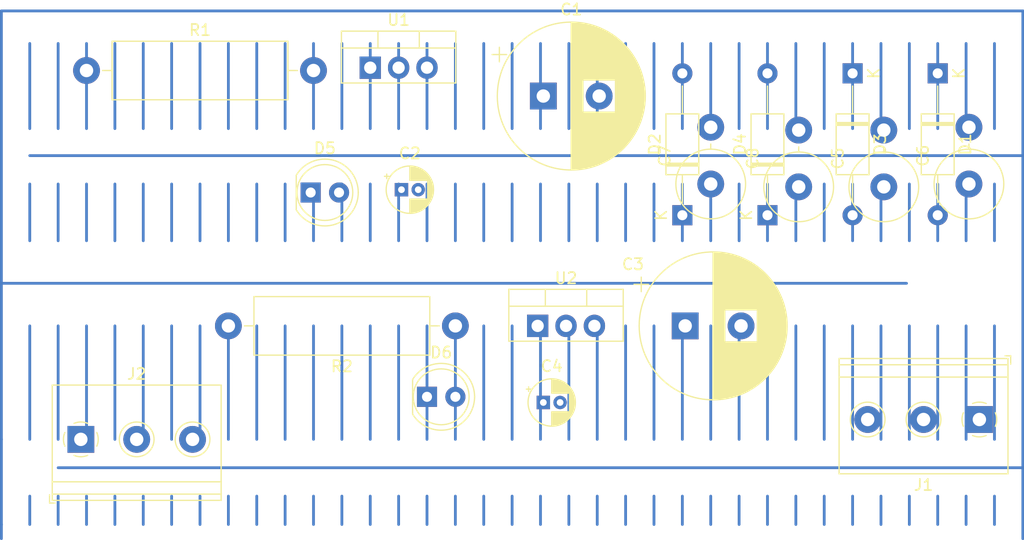
<source format=kicad_pcb>
(kicad_pcb (version 20171130) (host pcbnew "(5.1.5-0)")

  (general
    (thickness 1.6)
    (drawings 0)
    (tracks 148)
    (zones 0)
    (modules 20)
    (nets 10)
  )

  (page A4)
  (layers
    (0 F.Cu signal)
    (31 B.Cu signal)
    (32 B.Adhes user)
    (33 F.Adhes user)
    (34 B.Paste user)
    (35 F.Paste user)
    (36 B.SilkS user)
    (37 F.SilkS user)
    (38 B.Mask user)
    (39 F.Mask user)
    (40 Dwgs.User user)
    (41 Cmts.User user)
    (42 Eco1.User user)
    (43 Eco2.User user)
    (44 Edge.Cuts user)
    (45 Margin user)
    (46 B.CrtYd user)
    (47 F.CrtYd user)
    (48 B.Fab user)
    (49 F.Fab user hide)
  )

  (setup
    (last_trace_width 0.25)
    (trace_clearance 0.2)
    (zone_clearance 0.508)
    (zone_45_only no)
    (trace_min 0.2)
    (via_size 0.8)
    (via_drill 0.4)
    (via_min_size 0.4)
    (via_min_drill 0.3)
    (uvia_size 0.3)
    (uvia_drill 0.1)
    (uvias_allowed no)
    (uvia_min_size 0.2)
    (uvia_min_drill 0.1)
    (edge_width 0.05)
    (segment_width 0.2)
    (pcb_text_width 0.3)
    (pcb_text_size 1.5 1.5)
    (mod_edge_width 0.12)
    (mod_text_size 1 1)
    (mod_text_width 0.15)
    (pad_size 1.524 1.524)
    (pad_drill 0.762)
    (pad_to_mask_clearance 0.051)
    (solder_mask_min_width 0.25)
    (aux_axis_origin 0 0)
    (visible_elements FFFFFF7F)
    (pcbplotparams
      (layerselection 0x010fc_ffffffff)
      (usegerberextensions false)
      (usegerberattributes false)
      (usegerberadvancedattributes false)
      (creategerberjobfile false)
      (excludeedgelayer true)
      (linewidth 0.100000)
      (plotframeref false)
      (viasonmask false)
      (mode 1)
      (useauxorigin false)
      (hpglpennumber 1)
      (hpglpenspeed 20)
      (hpglpendiameter 15.000000)
      (psnegative false)
      (psa4output false)
      (plotreference true)
      (plotvalue true)
      (plotinvisibletext false)
      (padsonsilk false)
      (subtractmaskfromsilk false)
      (outputformat 1)
      (mirror false)
      (drillshape 1)
      (scaleselection 1)
      (outputdirectory ""))
  )

  (net 0 "")
  (net 1 "Net-(C1-Pad1)")
  (net 2 GND)
  (net 3 "Net-(C2-Pad1)")
  (net 4 "Net-(C3-Pad2)")
  (net 5 "Net-(C4-Pad2)")
  (net 6 "Net-(C5-Pad2)")
  (net 7 "Net-(C6-Pad2)")
  (net 8 "Net-(D5-Pad2)")
  (net 9 "Net-(D6-Pad2)")

  (net_class Default "Ceci est la Netclass par défaut."
    (clearance 0.2)
    (trace_width 0.25)
    (via_dia 0.8)
    (via_drill 0.4)
    (uvia_dia 0.3)
    (uvia_drill 0.1)
    (add_net GND)
    (add_net "Net-(C1-Pad1)")
    (add_net "Net-(C2-Pad1)")
    (add_net "Net-(C3-Pad2)")
    (add_net "Net-(C4-Pad2)")
    (add_net "Net-(C5-Pad2)")
    (add_net "Net-(C6-Pad2)")
    (add_net "Net-(D5-Pad2)")
    (add_net "Net-(D6-Pad2)")
  )

  (module Capacitor_THT:CP_Radial_D13.0mm_P5.00mm (layer F.Cu) (tedit 5AE50EF1) (tstamp 60E469DC)
    (at 103.886 42.926)
    (descr "CP, Radial series, Radial, pin pitch=5.00mm, , diameter=13mm, Electrolytic Capacitor")
    (tags "CP Radial series Radial pin pitch 5.00mm  diameter 13mm Electrolytic Capacitor")
    (path /60E3E98D)
    (fp_text reference C1 (at 2.5 -7.75) (layer F.SilkS)
      (effects (font (size 1 1) (thickness 0.15)))
    )
    (fp_text value 1000u (at 2.5 7.75) (layer F.Fab)
      (effects (font (size 1 1) (thickness 0.15)))
    )
    (fp_circle (center 2.5 0) (end 9 0) (layer F.Fab) (width 0.1))
    (fp_circle (center 2.5 0) (end 9.12 0) (layer F.SilkS) (width 0.12))
    (fp_circle (center 2.5 0) (end 9.25 0) (layer F.CrtYd) (width 0.05))
    (fp_line (start -3.082015 -2.8475) (end -1.782015 -2.8475) (layer F.Fab) (width 0.1))
    (fp_line (start -2.432015 -3.4975) (end -2.432015 -2.1975) (layer F.Fab) (width 0.1))
    (fp_line (start 2.5 -6.58) (end 2.5 6.58) (layer F.SilkS) (width 0.12))
    (fp_line (start 2.54 -6.58) (end 2.54 6.58) (layer F.SilkS) (width 0.12))
    (fp_line (start 2.58 -6.58) (end 2.58 6.58) (layer F.SilkS) (width 0.12))
    (fp_line (start 2.62 -6.579) (end 2.62 6.579) (layer F.SilkS) (width 0.12))
    (fp_line (start 2.66 -6.579) (end 2.66 6.579) (layer F.SilkS) (width 0.12))
    (fp_line (start 2.7 -6.577) (end 2.7 6.577) (layer F.SilkS) (width 0.12))
    (fp_line (start 2.74 -6.576) (end 2.74 6.576) (layer F.SilkS) (width 0.12))
    (fp_line (start 2.78 -6.575) (end 2.78 6.575) (layer F.SilkS) (width 0.12))
    (fp_line (start 2.82 -6.573) (end 2.82 6.573) (layer F.SilkS) (width 0.12))
    (fp_line (start 2.86 -6.571) (end 2.86 6.571) (layer F.SilkS) (width 0.12))
    (fp_line (start 2.9 -6.568) (end 2.9 6.568) (layer F.SilkS) (width 0.12))
    (fp_line (start 2.94 -6.566) (end 2.94 6.566) (layer F.SilkS) (width 0.12))
    (fp_line (start 2.98 -6.563) (end 2.98 6.563) (layer F.SilkS) (width 0.12))
    (fp_line (start 3.02 -6.56) (end 3.02 6.56) (layer F.SilkS) (width 0.12))
    (fp_line (start 3.06 -6.557) (end 3.06 6.557) (layer F.SilkS) (width 0.12))
    (fp_line (start 3.1 -6.553) (end 3.1 6.553) (layer F.SilkS) (width 0.12))
    (fp_line (start 3.14 -6.549) (end 3.14 6.549) (layer F.SilkS) (width 0.12))
    (fp_line (start 3.18 -6.545) (end 3.18 6.545) (layer F.SilkS) (width 0.12))
    (fp_line (start 3.221 -6.541) (end 3.221 6.541) (layer F.SilkS) (width 0.12))
    (fp_line (start 3.261 -6.537) (end 3.261 6.537) (layer F.SilkS) (width 0.12))
    (fp_line (start 3.301 -6.532) (end 3.301 6.532) (layer F.SilkS) (width 0.12))
    (fp_line (start 3.341 -6.527) (end 3.341 6.527) (layer F.SilkS) (width 0.12))
    (fp_line (start 3.381 -6.522) (end 3.381 6.522) (layer F.SilkS) (width 0.12))
    (fp_line (start 3.421 -6.516) (end 3.421 6.516) (layer F.SilkS) (width 0.12))
    (fp_line (start 3.461 -6.511) (end 3.461 6.511) (layer F.SilkS) (width 0.12))
    (fp_line (start 3.501 -6.505) (end 3.501 6.505) (layer F.SilkS) (width 0.12))
    (fp_line (start 3.541 -6.498) (end 3.541 6.498) (layer F.SilkS) (width 0.12))
    (fp_line (start 3.581 -6.492) (end 3.581 -1.44) (layer F.SilkS) (width 0.12))
    (fp_line (start 3.581 1.44) (end 3.581 6.492) (layer F.SilkS) (width 0.12))
    (fp_line (start 3.621 -6.485) (end 3.621 -1.44) (layer F.SilkS) (width 0.12))
    (fp_line (start 3.621 1.44) (end 3.621 6.485) (layer F.SilkS) (width 0.12))
    (fp_line (start 3.661 -6.478) (end 3.661 -1.44) (layer F.SilkS) (width 0.12))
    (fp_line (start 3.661 1.44) (end 3.661 6.478) (layer F.SilkS) (width 0.12))
    (fp_line (start 3.701 -6.471) (end 3.701 -1.44) (layer F.SilkS) (width 0.12))
    (fp_line (start 3.701 1.44) (end 3.701 6.471) (layer F.SilkS) (width 0.12))
    (fp_line (start 3.741 -6.463) (end 3.741 -1.44) (layer F.SilkS) (width 0.12))
    (fp_line (start 3.741 1.44) (end 3.741 6.463) (layer F.SilkS) (width 0.12))
    (fp_line (start 3.781 -6.456) (end 3.781 -1.44) (layer F.SilkS) (width 0.12))
    (fp_line (start 3.781 1.44) (end 3.781 6.456) (layer F.SilkS) (width 0.12))
    (fp_line (start 3.821 -6.448) (end 3.821 -1.44) (layer F.SilkS) (width 0.12))
    (fp_line (start 3.821 1.44) (end 3.821 6.448) (layer F.SilkS) (width 0.12))
    (fp_line (start 3.861 -6.439) (end 3.861 -1.44) (layer F.SilkS) (width 0.12))
    (fp_line (start 3.861 1.44) (end 3.861 6.439) (layer F.SilkS) (width 0.12))
    (fp_line (start 3.901 -6.431) (end 3.901 -1.44) (layer F.SilkS) (width 0.12))
    (fp_line (start 3.901 1.44) (end 3.901 6.431) (layer F.SilkS) (width 0.12))
    (fp_line (start 3.941 -6.422) (end 3.941 -1.44) (layer F.SilkS) (width 0.12))
    (fp_line (start 3.941 1.44) (end 3.941 6.422) (layer F.SilkS) (width 0.12))
    (fp_line (start 3.981 -6.413) (end 3.981 -1.44) (layer F.SilkS) (width 0.12))
    (fp_line (start 3.981 1.44) (end 3.981 6.413) (layer F.SilkS) (width 0.12))
    (fp_line (start 4.021 -6.404) (end 4.021 -1.44) (layer F.SilkS) (width 0.12))
    (fp_line (start 4.021 1.44) (end 4.021 6.404) (layer F.SilkS) (width 0.12))
    (fp_line (start 4.061 -6.394) (end 4.061 -1.44) (layer F.SilkS) (width 0.12))
    (fp_line (start 4.061 1.44) (end 4.061 6.394) (layer F.SilkS) (width 0.12))
    (fp_line (start 4.101 -6.384) (end 4.101 -1.44) (layer F.SilkS) (width 0.12))
    (fp_line (start 4.101 1.44) (end 4.101 6.384) (layer F.SilkS) (width 0.12))
    (fp_line (start 4.141 -6.374) (end 4.141 -1.44) (layer F.SilkS) (width 0.12))
    (fp_line (start 4.141 1.44) (end 4.141 6.374) (layer F.SilkS) (width 0.12))
    (fp_line (start 4.181 -6.364) (end 4.181 -1.44) (layer F.SilkS) (width 0.12))
    (fp_line (start 4.181 1.44) (end 4.181 6.364) (layer F.SilkS) (width 0.12))
    (fp_line (start 4.221 -6.353) (end 4.221 -1.44) (layer F.SilkS) (width 0.12))
    (fp_line (start 4.221 1.44) (end 4.221 6.353) (layer F.SilkS) (width 0.12))
    (fp_line (start 4.261 -6.342) (end 4.261 -1.44) (layer F.SilkS) (width 0.12))
    (fp_line (start 4.261 1.44) (end 4.261 6.342) (layer F.SilkS) (width 0.12))
    (fp_line (start 4.301 -6.331) (end 4.301 -1.44) (layer F.SilkS) (width 0.12))
    (fp_line (start 4.301 1.44) (end 4.301 6.331) (layer F.SilkS) (width 0.12))
    (fp_line (start 4.341 -6.32) (end 4.341 -1.44) (layer F.SilkS) (width 0.12))
    (fp_line (start 4.341 1.44) (end 4.341 6.32) (layer F.SilkS) (width 0.12))
    (fp_line (start 4.381 -6.308) (end 4.381 -1.44) (layer F.SilkS) (width 0.12))
    (fp_line (start 4.381 1.44) (end 4.381 6.308) (layer F.SilkS) (width 0.12))
    (fp_line (start 4.421 -6.296) (end 4.421 -1.44) (layer F.SilkS) (width 0.12))
    (fp_line (start 4.421 1.44) (end 4.421 6.296) (layer F.SilkS) (width 0.12))
    (fp_line (start 4.461 -6.284) (end 4.461 -1.44) (layer F.SilkS) (width 0.12))
    (fp_line (start 4.461 1.44) (end 4.461 6.284) (layer F.SilkS) (width 0.12))
    (fp_line (start 4.501 -6.271) (end 4.501 -1.44) (layer F.SilkS) (width 0.12))
    (fp_line (start 4.501 1.44) (end 4.501 6.271) (layer F.SilkS) (width 0.12))
    (fp_line (start 4.541 -6.258) (end 4.541 -1.44) (layer F.SilkS) (width 0.12))
    (fp_line (start 4.541 1.44) (end 4.541 6.258) (layer F.SilkS) (width 0.12))
    (fp_line (start 4.581 -6.245) (end 4.581 -1.44) (layer F.SilkS) (width 0.12))
    (fp_line (start 4.581 1.44) (end 4.581 6.245) (layer F.SilkS) (width 0.12))
    (fp_line (start 4.621 -6.232) (end 4.621 -1.44) (layer F.SilkS) (width 0.12))
    (fp_line (start 4.621 1.44) (end 4.621 6.232) (layer F.SilkS) (width 0.12))
    (fp_line (start 4.661 -6.218) (end 4.661 -1.44) (layer F.SilkS) (width 0.12))
    (fp_line (start 4.661 1.44) (end 4.661 6.218) (layer F.SilkS) (width 0.12))
    (fp_line (start 4.701 -6.204) (end 4.701 -1.44) (layer F.SilkS) (width 0.12))
    (fp_line (start 4.701 1.44) (end 4.701 6.204) (layer F.SilkS) (width 0.12))
    (fp_line (start 4.741 -6.19) (end 4.741 -1.44) (layer F.SilkS) (width 0.12))
    (fp_line (start 4.741 1.44) (end 4.741 6.19) (layer F.SilkS) (width 0.12))
    (fp_line (start 4.781 -6.175) (end 4.781 -1.44) (layer F.SilkS) (width 0.12))
    (fp_line (start 4.781 1.44) (end 4.781 6.175) (layer F.SilkS) (width 0.12))
    (fp_line (start 4.821 -6.161) (end 4.821 -1.44) (layer F.SilkS) (width 0.12))
    (fp_line (start 4.821 1.44) (end 4.821 6.161) (layer F.SilkS) (width 0.12))
    (fp_line (start 4.861 -6.146) (end 4.861 -1.44) (layer F.SilkS) (width 0.12))
    (fp_line (start 4.861 1.44) (end 4.861 6.146) (layer F.SilkS) (width 0.12))
    (fp_line (start 4.901 -6.13) (end 4.901 -1.44) (layer F.SilkS) (width 0.12))
    (fp_line (start 4.901 1.44) (end 4.901 6.13) (layer F.SilkS) (width 0.12))
    (fp_line (start 4.941 -6.114) (end 4.941 -1.44) (layer F.SilkS) (width 0.12))
    (fp_line (start 4.941 1.44) (end 4.941 6.114) (layer F.SilkS) (width 0.12))
    (fp_line (start 4.981 -6.098) (end 4.981 -1.44) (layer F.SilkS) (width 0.12))
    (fp_line (start 4.981 1.44) (end 4.981 6.098) (layer F.SilkS) (width 0.12))
    (fp_line (start 5.021 -6.082) (end 5.021 -1.44) (layer F.SilkS) (width 0.12))
    (fp_line (start 5.021 1.44) (end 5.021 6.082) (layer F.SilkS) (width 0.12))
    (fp_line (start 5.061 -6.065) (end 5.061 -1.44) (layer F.SilkS) (width 0.12))
    (fp_line (start 5.061 1.44) (end 5.061 6.065) (layer F.SilkS) (width 0.12))
    (fp_line (start 5.101 -6.049) (end 5.101 -1.44) (layer F.SilkS) (width 0.12))
    (fp_line (start 5.101 1.44) (end 5.101 6.049) (layer F.SilkS) (width 0.12))
    (fp_line (start 5.141 -6.031) (end 5.141 -1.44) (layer F.SilkS) (width 0.12))
    (fp_line (start 5.141 1.44) (end 5.141 6.031) (layer F.SilkS) (width 0.12))
    (fp_line (start 5.181 -6.014) (end 5.181 -1.44) (layer F.SilkS) (width 0.12))
    (fp_line (start 5.181 1.44) (end 5.181 6.014) (layer F.SilkS) (width 0.12))
    (fp_line (start 5.221 -5.996) (end 5.221 -1.44) (layer F.SilkS) (width 0.12))
    (fp_line (start 5.221 1.44) (end 5.221 5.996) (layer F.SilkS) (width 0.12))
    (fp_line (start 5.261 -5.978) (end 5.261 -1.44) (layer F.SilkS) (width 0.12))
    (fp_line (start 5.261 1.44) (end 5.261 5.978) (layer F.SilkS) (width 0.12))
    (fp_line (start 5.301 -5.959) (end 5.301 -1.44) (layer F.SilkS) (width 0.12))
    (fp_line (start 5.301 1.44) (end 5.301 5.959) (layer F.SilkS) (width 0.12))
    (fp_line (start 5.341 -5.94) (end 5.341 -1.44) (layer F.SilkS) (width 0.12))
    (fp_line (start 5.341 1.44) (end 5.341 5.94) (layer F.SilkS) (width 0.12))
    (fp_line (start 5.381 -5.921) (end 5.381 -1.44) (layer F.SilkS) (width 0.12))
    (fp_line (start 5.381 1.44) (end 5.381 5.921) (layer F.SilkS) (width 0.12))
    (fp_line (start 5.421 -5.902) (end 5.421 -1.44) (layer F.SilkS) (width 0.12))
    (fp_line (start 5.421 1.44) (end 5.421 5.902) (layer F.SilkS) (width 0.12))
    (fp_line (start 5.461 -5.882) (end 5.461 -1.44) (layer F.SilkS) (width 0.12))
    (fp_line (start 5.461 1.44) (end 5.461 5.882) (layer F.SilkS) (width 0.12))
    (fp_line (start 5.501 -5.862) (end 5.501 -1.44) (layer F.SilkS) (width 0.12))
    (fp_line (start 5.501 1.44) (end 5.501 5.862) (layer F.SilkS) (width 0.12))
    (fp_line (start 5.541 -5.841) (end 5.541 -1.44) (layer F.SilkS) (width 0.12))
    (fp_line (start 5.541 1.44) (end 5.541 5.841) (layer F.SilkS) (width 0.12))
    (fp_line (start 5.581 -5.82) (end 5.581 -1.44) (layer F.SilkS) (width 0.12))
    (fp_line (start 5.581 1.44) (end 5.581 5.82) (layer F.SilkS) (width 0.12))
    (fp_line (start 5.621 -5.799) (end 5.621 -1.44) (layer F.SilkS) (width 0.12))
    (fp_line (start 5.621 1.44) (end 5.621 5.799) (layer F.SilkS) (width 0.12))
    (fp_line (start 5.661 -5.778) (end 5.661 -1.44) (layer F.SilkS) (width 0.12))
    (fp_line (start 5.661 1.44) (end 5.661 5.778) (layer F.SilkS) (width 0.12))
    (fp_line (start 5.701 -5.756) (end 5.701 -1.44) (layer F.SilkS) (width 0.12))
    (fp_line (start 5.701 1.44) (end 5.701 5.756) (layer F.SilkS) (width 0.12))
    (fp_line (start 5.741 -5.733) (end 5.741 -1.44) (layer F.SilkS) (width 0.12))
    (fp_line (start 5.741 1.44) (end 5.741 5.733) (layer F.SilkS) (width 0.12))
    (fp_line (start 5.781 -5.711) (end 5.781 -1.44) (layer F.SilkS) (width 0.12))
    (fp_line (start 5.781 1.44) (end 5.781 5.711) (layer F.SilkS) (width 0.12))
    (fp_line (start 5.821 -5.688) (end 5.821 -1.44) (layer F.SilkS) (width 0.12))
    (fp_line (start 5.821 1.44) (end 5.821 5.688) (layer F.SilkS) (width 0.12))
    (fp_line (start 5.861 -5.664) (end 5.861 -1.44) (layer F.SilkS) (width 0.12))
    (fp_line (start 5.861 1.44) (end 5.861 5.664) (layer F.SilkS) (width 0.12))
    (fp_line (start 5.901 -5.641) (end 5.901 -1.44) (layer F.SilkS) (width 0.12))
    (fp_line (start 5.901 1.44) (end 5.901 5.641) (layer F.SilkS) (width 0.12))
    (fp_line (start 5.941 -5.617) (end 5.941 -1.44) (layer F.SilkS) (width 0.12))
    (fp_line (start 5.941 1.44) (end 5.941 5.617) (layer F.SilkS) (width 0.12))
    (fp_line (start 5.981 -5.592) (end 5.981 -1.44) (layer F.SilkS) (width 0.12))
    (fp_line (start 5.981 1.44) (end 5.981 5.592) (layer F.SilkS) (width 0.12))
    (fp_line (start 6.021 -5.567) (end 6.021 -1.44) (layer F.SilkS) (width 0.12))
    (fp_line (start 6.021 1.44) (end 6.021 5.567) (layer F.SilkS) (width 0.12))
    (fp_line (start 6.061 -5.542) (end 6.061 -1.44) (layer F.SilkS) (width 0.12))
    (fp_line (start 6.061 1.44) (end 6.061 5.542) (layer F.SilkS) (width 0.12))
    (fp_line (start 6.101 -5.516) (end 6.101 -1.44) (layer F.SilkS) (width 0.12))
    (fp_line (start 6.101 1.44) (end 6.101 5.516) (layer F.SilkS) (width 0.12))
    (fp_line (start 6.141 -5.49) (end 6.141 -1.44) (layer F.SilkS) (width 0.12))
    (fp_line (start 6.141 1.44) (end 6.141 5.49) (layer F.SilkS) (width 0.12))
    (fp_line (start 6.181 -5.463) (end 6.181 -1.44) (layer F.SilkS) (width 0.12))
    (fp_line (start 6.181 1.44) (end 6.181 5.463) (layer F.SilkS) (width 0.12))
    (fp_line (start 6.221 -5.436) (end 6.221 -1.44) (layer F.SilkS) (width 0.12))
    (fp_line (start 6.221 1.44) (end 6.221 5.436) (layer F.SilkS) (width 0.12))
    (fp_line (start 6.261 -5.409) (end 6.261 -1.44) (layer F.SilkS) (width 0.12))
    (fp_line (start 6.261 1.44) (end 6.261 5.409) (layer F.SilkS) (width 0.12))
    (fp_line (start 6.301 -5.381) (end 6.301 -1.44) (layer F.SilkS) (width 0.12))
    (fp_line (start 6.301 1.44) (end 6.301 5.381) (layer F.SilkS) (width 0.12))
    (fp_line (start 6.341 -5.353) (end 6.341 -1.44) (layer F.SilkS) (width 0.12))
    (fp_line (start 6.341 1.44) (end 6.341 5.353) (layer F.SilkS) (width 0.12))
    (fp_line (start 6.381 -5.324) (end 6.381 -1.44) (layer F.SilkS) (width 0.12))
    (fp_line (start 6.381 1.44) (end 6.381 5.324) (layer F.SilkS) (width 0.12))
    (fp_line (start 6.421 -5.295) (end 6.421 -1.44) (layer F.SilkS) (width 0.12))
    (fp_line (start 6.421 1.44) (end 6.421 5.295) (layer F.SilkS) (width 0.12))
    (fp_line (start 6.461 -5.265) (end 6.461 5.265) (layer F.SilkS) (width 0.12))
    (fp_line (start 6.501 -5.235) (end 6.501 5.235) (layer F.SilkS) (width 0.12))
    (fp_line (start 6.541 -5.205) (end 6.541 5.205) (layer F.SilkS) (width 0.12))
    (fp_line (start 6.581 -5.174) (end 6.581 5.174) (layer F.SilkS) (width 0.12))
    (fp_line (start 6.621 -5.142) (end 6.621 5.142) (layer F.SilkS) (width 0.12))
    (fp_line (start 6.661 -5.11) (end 6.661 5.11) (layer F.SilkS) (width 0.12))
    (fp_line (start 6.701 -5.078) (end 6.701 5.078) (layer F.SilkS) (width 0.12))
    (fp_line (start 6.741 -5.044) (end 6.741 5.044) (layer F.SilkS) (width 0.12))
    (fp_line (start 6.781 -5.011) (end 6.781 5.011) (layer F.SilkS) (width 0.12))
    (fp_line (start 6.821 -4.977) (end 6.821 4.977) (layer F.SilkS) (width 0.12))
    (fp_line (start 6.861 -4.942) (end 6.861 4.942) (layer F.SilkS) (width 0.12))
    (fp_line (start 6.901 -4.907) (end 6.901 4.907) (layer F.SilkS) (width 0.12))
    (fp_line (start 6.941 -4.871) (end 6.941 4.871) (layer F.SilkS) (width 0.12))
    (fp_line (start 6.981 -4.834) (end 6.981 4.834) (layer F.SilkS) (width 0.12))
    (fp_line (start 7.021 -4.797) (end 7.021 4.797) (layer F.SilkS) (width 0.12))
    (fp_line (start 7.061 -4.76) (end 7.061 4.76) (layer F.SilkS) (width 0.12))
    (fp_line (start 7.101 -4.721) (end 7.101 4.721) (layer F.SilkS) (width 0.12))
    (fp_line (start 7.141 -4.682) (end 7.141 4.682) (layer F.SilkS) (width 0.12))
    (fp_line (start 7.181 -4.643) (end 7.181 4.643) (layer F.SilkS) (width 0.12))
    (fp_line (start 7.221 -4.602) (end 7.221 4.602) (layer F.SilkS) (width 0.12))
    (fp_line (start 7.261 -4.561) (end 7.261 4.561) (layer F.SilkS) (width 0.12))
    (fp_line (start 7.301 -4.519) (end 7.301 4.519) (layer F.SilkS) (width 0.12))
    (fp_line (start 7.341 -4.477) (end 7.341 4.477) (layer F.SilkS) (width 0.12))
    (fp_line (start 7.381 -4.434) (end 7.381 4.434) (layer F.SilkS) (width 0.12))
    (fp_line (start 7.421 -4.39) (end 7.421 4.39) (layer F.SilkS) (width 0.12))
    (fp_line (start 7.461 -4.345) (end 7.461 4.345) (layer F.SilkS) (width 0.12))
    (fp_line (start 7.501 -4.299) (end 7.501 4.299) (layer F.SilkS) (width 0.12))
    (fp_line (start 7.541 -4.253) (end 7.541 4.253) (layer F.SilkS) (width 0.12))
    (fp_line (start 7.581 -4.205) (end 7.581 4.205) (layer F.SilkS) (width 0.12))
    (fp_line (start 7.621 -4.157) (end 7.621 4.157) (layer F.SilkS) (width 0.12))
    (fp_line (start 7.661 -4.108) (end 7.661 4.108) (layer F.SilkS) (width 0.12))
    (fp_line (start 7.701 -4.057) (end 7.701 4.057) (layer F.SilkS) (width 0.12))
    (fp_line (start 7.741 -4.006) (end 7.741 4.006) (layer F.SilkS) (width 0.12))
    (fp_line (start 7.781 -3.954) (end 7.781 3.954) (layer F.SilkS) (width 0.12))
    (fp_line (start 7.821 -3.9) (end 7.821 3.9) (layer F.SilkS) (width 0.12))
    (fp_line (start 7.861 -3.846) (end 7.861 3.846) (layer F.SilkS) (width 0.12))
    (fp_line (start 7.901 -3.79) (end 7.901 3.79) (layer F.SilkS) (width 0.12))
    (fp_line (start 7.941 -3.733) (end 7.941 3.733) (layer F.SilkS) (width 0.12))
    (fp_line (start 7.981 -3.675) (end 7.981 3.675) (layer F.SilkS) (width 0.12))
    (fp_line (start 8.021 -3.615) (end 8.021 3.615) (layer F.SilkS) (width 0.12))
    (fp_line (start 8.061 -3.554) (end 8.061 3.554) (layer F.SilkS) (width 0.12))
    (fp_line (start 8.101 -3.491) (end 8.101 3.491) (layer F.SilkS) (width 0.12))
    (fp_line (start 8.141 -3.427) (end 8.141 3.427) (layer F.SilkS) (width 0.12))
    (fp_line (start 8.181 -3.361) (end 8.181 3.361) (layer F.SilkS) (width 0.12))
    (fp_line (start 8.221 -3.293) (end 8.221 3.293) (layer F.SilkS) (width 0.12))
    (fp_line (start 8.261 -3.223) (end 8.261 3.223) (layer F.SilkS) (width 0.12))
    (fp_line (start 8.301 -3.152) (end 8.301 3.152) (layer F.SilkS) (width 0.12))
    (fp_line (start 8.341 -3.078) (end 8.341 3.078) (layer F.SilkS) (width 0.12))
    (fp_line (start 8.381 -3.002) (end 8.381 3.002) (layer F.SilkS) (width 0.12))
    (fp_line (start 8.421 -2.923) (end 8.421 2.923) (layer F.SilkS) (width 0.12))
    (fp_line (start 8.461 -2.842) (end 8.461 2.842) (layer F.SilkS) (width 0.12))
    (fp_line (start 8.501 -2.758) (end 8.501 2.758) (layer F.SilkS) (width 0.12))
    (fp_line (start 8.541 -2.67) (end 8.541 2.67) (layer F.SilkS) (width 0.12))
    (fp_line (start 8.581 -2.579) (end 8.581 2.579) (layer F.SilkS) (width 0.12))
    (fp_line (start 8.621 -2.484) (end 8.621 2.484) (layer F.SilkS) (width 0.12))
    (fp_line (start 8.661 -2.385) (end 8.661 2.385) (layer F.SilkS) (width 0.12))
    (fp_line (start 8.701 -2.281) (end 8.701 2.281) (layer F.SilkS) (width 0.12))
    (fp_line (start 8.741 -2.171) (end 8.741 2.171) (layer F.SilkS) (width 0.12))
    (fp_line (start 8.781 -2.055) (end 8.781 2.055) (layer F.SilkS) (width 0.12))
    (fp_line (start 8.821 -1.931) (end 8.821 1.931) (layer F.SilkS) (width 0.12))
    (fp_line (start 8.861 -1.798) (end 8.861 1.798) (layer F.SilkS) (width 0.12))
    (fp_line (start 8.901 -1.653) (end 8.901 1.653) (layer F.SilkS) (width 0.12))
    (fp_line (start 8.941 -1.494) (end 8.941 1.494) (layer F.SilkS) (width 0.12))
    (fp_line (start 8.981 -1.315) (end 8.981 1.315) (layer F.SilkS) (width 0.12))
    (fp_line (start 9.021 -1.107) (end 9.021 1.107) (layer F.SilkS) (width 0.12))
    (fp_line (start 9.061 -0.85) (end 9.061 0.85) (layer F.SilkS) (width 0.12))
    (fp_line (start 9.101 -0.475) (end 9.101 0.475) (layer F.SilkS) (width 0.12))
    (fp_line (start -4.584569 -3.715) (end -3.284569 -3.715) (layer F.SilkS) (width 0.12))
    (fp_line (start -3.934569 -4.365) (end -3.934569 -3.065) (layer F.SilkS) (width 0.12))
    (fp_text user %R (at 2.5 0) (layer F.Fab)
      (effects (font (size 1 1) (thickness 0.15)))
    )
    (pad 1 thru_hole rect (at 0 0) (size 2.4 2.4) (drill 1.2) (layers *.Cu *.Mask)
      (net 1 "Net-(C1-Pad1)"))
    (pad 2 thru_hole circle (at 5 0) (size 2.4 2.4) (drill 1.2) (layers *.Cu *.Mask)
      (net 2 GND))
    (model ${KISYS3DMOD}/Capacitor_THT.3dshapes/CP_Radial_D13.0mm_P5.00mm.wrl
      (at (xyz 0 0 0))
      (scale (xyz 1 1 1))
      (rotate (xyz 0 0 0))
    )
  )

  (module Capacitor_THT:CP_Radial_D4.0mm_P1.50mm (layer F.Cu) (tedit 5AE50EF0) (tstamp 60E46A47)
    (at 91.186 51.308)
    (descr "CP, Radial series, Radial, pin pitch=1.50mm, , diameter=4mm, Electrolytic Capacitor")
    (tags "CP Radial series Radial pin pitch 1.50mm  diameter 4mm Electrolytic Capacitor")
    (path /60E46F26)
    (fp_text reference C2 (at 0.75 -3.25) (layer F.SilkS)
      (effects (font (size 1 1) (thickness 0.15)))
    )
    (fp_text value 22u (at 0.75 3.25) (layer F.Fab)
      (effects (font (size 1 1) (thickness 0.15)))
    )
    (fp_circle (center 0.75 0) (end 2.75 0) (layer F.Fab) (width 0.1))
    (fp_circle (center 0.75 0) (end 2.87 0) (layer F.SilkS) (width 0.12))
    (fp_circle (center 0.75 0) (end 3 0) (layer F.CrtYd) (width 0.05))
    (fp_line (start -0.952554 -0.8675) (end -0.552554 -0.8675) (layer F.Fab) (width 0.1))
    (fp_line (start -0.752554 -1.0675) (end -0.752554 -0.6675) (layer F.Fab) (width 0.1))
    (fp_line (start 0.75 0.84) (end 0.75 2.08) (layer F.SilkS) (width 0.12))
    (fp_line (start 0.75 -2.08) (end 0.75 -0.84) (layer F.SilkS) (width 0.12))
    (fp_line (start 0.79 0.84) (end 0.79 2.08) (layer F.SilkS) (width 0.12))
    (fp_line (start 0.79 -2.08) (end 0.79 -0.84) (layer F.SilkS) (width 0.12))
    (fp_line (start 0.83 0.84) (end 0.83 2.079) (layer F.SilkS) (width 0.12))
    (fp_line (start 0.83 -2.079) (end 0.83 -0.84) (layer F.SilkS) (width 0.12))
    (fp_line (start 0.87 -2.077) (end 0.87 -0.84) (layer F.SilkS) (width 0.12))
    (fp_line (start 0.87 0.84) (end 0.87 2.077) (layer F.SilkS) (width 0.12))
    (fp_line (start 0.91 -2.074) (end 0.91 -0.84) (layer F.SilkS) (width 0.12))
    (fp_line (start 0.91 0.84) (end 0.91 2.074) (layer F.SilkS) (width 0.12))
    (fp_line (start 0.95 -2.071) (end 0.95 -0.84) (layer F.SilkS) (width 0.12))
    (fp_line (start 0.95 0.84) (end 0.95 2.071) (layer F.SilkS) (width 0.12))
    (fp_line (start 0.99 -2.067) (end 0.99 -0.84) (layer F.SilkS) (width 0.12))
    (fp_line (start 0.99 0.84) (end 0.99 2.067) (layer F.SilkS) (width 0.12))
    (fp_line (start 1.03 -2.062) (end 1.03 -0.84) (layer F.SilkS) (width 0.12))
    (fp_line (start 1.03 0.84) (end 1.03 2.062) (layer F.SilkS) (width 0.12))
    (fp_line (start 1.07 -2.056) (end 1.07 -0.84) (layer F.SilkS) (width 0.12))
    (fp_line (start 1.07 0.84) (end 1.07 2.056) (layer F.SilkS) (width 0.12))
    (fp_line (start 1.11 -2.05) (end 1.11 -0.84) (layer F.SilkS) (width 0.12))
    (fp_line (start 1.11 0.84) (end 1.11 2.05) (layer F.SilkS) (width 0.12))
    (fp_line (start 1.15 -2.042) (end 1.15 -0.84) (layer F.SilkS) (width 0.12))
    (fp_line (start 1.15 0.84) (end 1.15 2.042) (layer F.SilkS) (width 0.12))
    (fp_line (start 1.19 -2.034) (end 1.19 -0.84) (layer F.SilkS) (width 0.12))
    (fp_line (start 1.19 0.84) (end 1.19 2.034) (layer F.SilkS) (width 0.12))
    (fp_line (start 1.23 -2.025) (end 1.23 -0.84) (layer F.SilkS) (width 0.12))
    (fp_line (start 1.23 0.84) (end 1.23 2.025) (layer F.SilkS) (width 0.12))
    (fp_line (start 1.27 -2.016) (end 1.27 -0.84) (layer F.SilkS) (width 0.12))
    (fp_line (start 1.27 0.84) (end 1.27 2.016) (layer F.SilkS) (width 0.12))
    (fp_line (start 1.31 -2.005) (end 1.31 -0.84) (layer F.SilkS) (width 0.12))
    (fp_line (start 1.31 0.84) (end 1.31 2.005) (layer F.SilkS) (width 0.12))
    (fp_line (start 1.35 -1.994) (end 1.35 -0.84) (layer F.SilkS) (width 0.12))
    (fp_line (start 1.35 0.84) (end 1.35 1.994) (layer F.SilkS) (width 0.12))
    (fp_line (start 1.39 -1.982) (end 1.39 -0.84) (layer F.SilkS) (width 0.12))
    (fp_line (start 1.39 0.84) (end 1.39 1.982) (layer F.SilkS) (width 0.12))
    (fp_line (start 1.43 -1.968) (end 1.43 -0.84) (layer F.SilkS) (width 0.12))
    (fp_line (start 1.43 0.84) (end 1.43 1.968) (layer F.SilkS) (width 0.12))
    (fp_line (start 1.471 -1.954) (end 1.471 -0.84) (layer F.SilkS) (width 0.12))
    (fp_line (start 1.471 0.84) (end 1.471 1.954) (layer F.SilkS) (width 0.12))
    (fp_line (start 1.511 -1.94) (end 1.511 -0.84) (layer F.SilkS) (width 0.12))
    (fp_line (start 1.511 0.84) (end 1.511 1.94) (layer F.SilkS) (width 0.12))
    (fp_line (start 1.551 -1.924) (end 1.551 -0.84) (layer F.SilkS) (width 0.12))
    (fp_line (start 1.551 0.84) (end 1.551 1.924) (layer F.SilkS) (width 0.12))
    (fp_line (start 1.591 -1.907) (end 1.591 -0.84) (layer F.SilkS) (width 0.12))
    (fp_line (start 1.591 0.84) (end 1.591 1.907) (layer F.SilkS) (width 0.12))
    (fp_line (start 1.631 -1.889) (end 1.631 -0.84) (layer F.SilkS) (width 0.12))
    (fp_line (start 1.631 0.84) (end 1.631 1.889) (layer F.SilkS) (width 0.12))
    (fp_line (start 1.671 -1.87) (end 1.671 -0.84) (layer F.SilkS) (width 0.12))
    (fp_line (start 1.671 0.84) (end 1.671 1.87) (layer F.SilkS) (width 0.12))
    (fp_line (start 1.711 -1.851) (end 1.711 -0.84) (layer F.SilkS) (width 0.12))
    (fp_line (start 1.711 0.84) (end 1.711 1.851) (layer F.SilkS) (width 0.12))
    (fp_line (start 1.751 -1.83) (end 1.751 -0.84) (layer F.SilkS) (width 0.12))
    (fp_line (start 1.751 0.84) (end 1.751 1.83) (layer F.SilkS) (width 0.12))
    (fp_line (start 1.791 -1.808) (end 1.791 -0.84) (layer F.SilkS) (width 0.12))
    (fp_line (start 1.791 0.84) (end 1.791 1.808) (layer F.SilkS) (width 0.12))
    (fp_line (start 1.831 -1.785) (end 1.831 -0.84) (layer F.SilkS) (width 0.12))
    (fp_line (start 1.831 0.84) (end 1.831 1.785) (layer F.SilkS) (width 0.12))
    (fp_line (start 1.871 -1.76) (end 1.871 -0.84) (layer F.SilkS) (width 0.12))
    (fp_line (start 1.871 0.84) (end 1.871 1.76) (layer F.SilkS) (width 0.12))
    (fp_line (start 1.911 -1.735) (end 1.911 -0.84) (layer F.SilkS) (width 0.12))
    (fp_line (start 1.911 0.84) (end 1.911 1.735) (layer F.SilkS) (width 0.12))
    (fp_line (start 1.951 -1.708) (end 1.951 -0.84) (layer F.SilkS) (width 0.12))
    (fp_line (start 1.951 0.84) (end 1.951 1.708) (layer F.SilkS) (width 0.12))
    (fp_line (start 1.991 -1.68) (end 1.991 -0.84) (layer F.SilkS) (width 0.12))
    (fp_line (start 1.991 0.84) (end 1.991 1.68) (layer F.SilkS) (width 0.12))
    (fp_line (start 2.031 -1.65) (end 2.031 -0.84) (layer F.SilkS) (width 0.12))
    (fp_line (start 2.031 0.84) (end 2.031 1.65) (layer F.SilkS) (width 0.12))
    (fp_line (start 2.071 -1.619) (end 2.071 -0.84) (layer F.SilkS) (width 0.12))
    (fp_line (start 2.071 0.84) (end 2.071 1.619) (layer F.SilkS) (width 0.12))
    (fp_line (start 2.111 -1.587) (end 2.111 -0.84) (layer F.SilkS) (width 0.12))
    (fp_line (start 2.111 0.84) (end 2.111 1.587) (layer F.SilkS) (width 0.12))
    (fp_line (start 2.151 -1.552) (end 2.151 -0.84) (layer F.SilkS) (width 0.12))
    (fp_line (start 2.151 0.84) (end 2.151 1.552) (layer F.SilkS) (width 0.12))
    (fp_line (start 2.191 -1.516) (end 2.191 -0.84) (layer F.SilkS) (width 0.12))
    (fp_line (start 2.191 0.84) (end 2.191 1.516) (layer F.SilkS) (width 0.12))
    (fp_line (start 2.231 -1.478) (end 2.231 -0.84) (layer F.SilkS) (width 0.12))
    (fp_line (start 2.231 0.84) (end 2.231 1.478) (layer F.SilkS) (width 0.12))
    (fp_line (start 2.271 -1.438) (end 2.271 -0.84) (layer F.SilkS) (width 0.12))
    (fp_line (start 2.271 0.84) (end 2.271 1.438) (layer F.SilkS) (width 0.12))
    (fp_line (start 2.311 -1.396) (end 2.311 -0.84) (layer F.SilkS) (width 0.12))
    (fp_line (start 2.311 0.84) (end 2.311 1.396) (layer F.SilkS) (width 0.12))
    (fp_line (start 2.351 -1.351) (end 2.351 1.351) (layer F.SilkS) (width 0.12))
    (fp_line (start 2.391 -1.304) (end 2.391 1.304) (layer F.SilkS) (width 0.12))
    (fp_line (start 2.431 -1.254) (end 2.431 1.254) (layer F.SilkS) (width 0.12))
    (fp_line (start 2.471 -1.2) (end 2.471 1.2) (layer F.SilkS) (width 0.12))
    (fp_line (start 2.511 -1.142) (end 2.511 1.142) (layer F.SilkS) (width 0.12))
    (fp_line (start 2.551 -1.08) (end 2.551 1.08) (layer F.SilkS) (width 0.12))
    (fp_line (start 2.591 -1.013) (end 2.591 1.013) (layer F.SilkS) (width 0.12))
    (fp_line (start 2.631 -0.94) (end 2.631 0.94) (layer F.SilkS) (width 0.12))
    (fp_line (start 2.671 -0.859) (end 2.671 0.859) (layer F.SilkS) (width 0.12))
    (fp_line (start 2.711 -0.768) (end 2.711 0.768) (layer F.SilkS) (width 0.12))
    (fp_line (start 2.751 -0.664) (end 2.751 0.664) (layer F.SilkS) (width 0.12))
    (fp_line (start 2.791 -0.537) (end 2.791 0.537) (layer F.SilkS) (width 0.12))
    (fp_line (start 2.831 -0.37) (end 2.831 0.37) (layer F.SilkS) (width 0.12))
    (fp_line (start -1.519801 -1.195) (end -1.119801 -1.195) (layer F.SilkS) (width 0.12))
    (fp_line (start -1.319801 -1.395) (end -1.319801 -0.995) (layer F.SilkS) (width 0.12))
    (fp_text user %R (at 0.75 0) (layer F.Fab)
      (effects (font (size 0.8 0.8) (thickness 0.12)))
    )
    (pad 1 thru_hole rect (at 0 0) (size 1.2 1.2) (drill 0.6) (layers *.Cu *.Mask)
      (net 3 "Net-(C2-Pad1)"))
    (pad 2 thru_hole circle (at 1.5 0) (size 1.2 1.2) (drill 0.6) (layers *.Cu *.Mask)
      (net 2 GND))
    (model ${KISYS3DMOD}/Capacitor_THT.3dshapes/CP_Radial_D4.0mm_P1.50mm.wrl
      (at (xyz 0 0 0))
      (scale (xyz 1 1 1))
      (rotate (xyz 0 0 0))
    )
  )

  (module Capacitor_THT:CP_Radial_D13.0mm_P5.00mm (layer F.Cu) (tedit 5AE50EF1) (tstamp 60E46B43)
    (at 116.586 63.5)
    (descr "CP, Radial series, Radial, pin pitch=5.00mm, , diameter=13mm, Electrolytic Capacitor")
    (tags "CP Radial series Radial pin pitch 5.00mm  diameter 13mm Electrolytic Capacitor")
    (path /60E3FCAC)
    (fp_text reference C3 (at -4.67657 -5.515001) (layer F.SilkS)
      (effects (font (size 1 1) (thickness 0.15)))
    )
    (fp_text value 1000u (at 2.5 7.75) (layer F.Fab)
      (effects (font (size 1 1) (thickness 0.15)))
    )
    (fp_text user %R (at 2.5 0) (layer F.Fab)
      (effects (font (size 1 1) (thickness 0.15)))
    )
    (fp_line (start -3.934569 -4.365) (end -3.934569 -3.065) (layer F.SilkS) (width 0.12))
    (fp_line (start -4.584569 -3.715) (end -3.284569 -3.715) (layer F.SilkS) (width 0.12))
    (fp_line (start 9.101 -0.475) (end 9.101 0.475) (layer F.SilkS) (width 0.12))
    (fp_line (start 9.061 -0.85) (end 9.061 0.85) (layer F.SilkS) (width 0.12))
    (fp_line (start 9.021 -1.107) (end 9.021 1.107) (layer F.SilkS) (width 0.12))
    (fp_line (start 8.981 -1.315) (end 8.981 1.315) (layer F.SilkS) (width 0.12))
    (fp_line (start 8.941 -1.494) (end 8.941 1.494) (layer F.SilkS) (width 0.12))
    (fp_line (start 8.901 -1.653) (end 8.901 1.653) (layer F.SilkS) (width 0.12))
    (fp_line (start 8.861 -1.798) (end 8.861 1.798) (layer F.SilkS) (width 0.12))
    (fp_line (start 8.821 -1.931) (end 8.821 1.931) (layer F.SilkS) (width 0.12))
    (fp_line (start 8.781 -2.055) (end 8.781 2.055) (layer F.SilkS) (width 0.12))
    (fp_line (start 8.741 -2.171) (end 8.741 2.171) (layer F.SilkS) (width 0.12))
    (fp_line (start 8.701 -2.281) (end 8.701 2.281) (layer F.SilkS) (width 0.12))
    (fp_line (start 8.661 -2.385) (end 8.661 2.385) (layer F.SilkS) (width 0.12))
    (fp_line (start 8.621 -2.484) (end 8.621 2.484) (layer F.SilkS) (width 0.12))
    (fp_line (start 8.581 -2.579) (end 8.581 2.579) (layer F.SilkS) (width 0.12))
    (fp_line (start 8.541 -2.67) (end 8.541 2.67) (layer F.SilkS) (width 0.12))
    (fp_line (start 8.501 -2.758) (end 8.501 2.758) (layer F.SilkS) (width 0.12))
    (fp_line (start 8.461 -2.842) (end 8.461 2.842) (layer F.SilkS) (width 0.12))
    (fp_line (start 8.421 -2.923) (end 8.421 2.923) (layer F.SilkS) (width 0.12))
    (fp_line (start 8.381 -3.002) (end 8.381 3.002) (layer F.SilkS) (width 0.12))
    (fp_line (start 8.341 -3.078) (end 8.341 3.078) (layer F.SilkS) (width 0.12))
    (fp_line (start 8.301 -3.152) (end 8.301 3.152) (layer F.SilkS) (width 0.12))
    (fp_line (start 8.261 -3.223) (end 8.261 3.223) (layer F.SilkS) (width 0.12))
    (fp_line (start 8.221 -3.293) (end 8.221 3.293) (layer F.SilkS) (width 0.12))
    (fp_line (start 8.181 -3.361) (end 8.181 3.361) (layer F.SilkS) (width 0.12))
    (fp_line (start 8.141 -3.427) (end 8.141 3.427) (layer F.SilkS) (width 0.12))
    (fp_line (start 8.101 -3.491) (end 8.101 3.491) (layer F.SilkS) (width 0.12))
    (fp_line (start 8.061 -3.554) (end 8.061 3.554) (layer F.SilkS) (width 0.12))
    (fp_line (start 8.021 -3.615) (end 8.021 3.615) (layer F.SilkS) (width 0.12))
    (fp_line (start 7.981 -3.675) (end 7.981 3.675) (layer F.SilkS) (width 0.12))
    (fp_line (start 7.941 -3.733) (end 7.941 3.733) (layer F.SilkS) (width 0.12))
    (fp_line (start 7.901 -3.79) (end 7.901 3.79) (layer F.SilkS) (width 0.12))
    (fp_line (start 7.861 -3.846) (end 7.861 3.846) (layer F.SilkS) (width 0.12))
    (fp_line (start 7.821 -3.9) (end 7.821 3.9) (layer F.SilkS) (width 0.12))
    (fp_line (start 7.781 -3.954) (end 7.781 3.954) (layer F.SilkS) (width 0.12))
    (fp_line (start 7.741 -4.006) (end 7.741 4.006) (layer F.SilkS) (width 0.12))
    (fp_line (start 7.701 -4.057) (end 7.701 4.057) (layer F.SilkS) (width 0.12))
    (fp_line (start 7.661 -4.108) (end 7.661 4.108) (layer F.SilkS) (width 0.12))
    (fp_line (start 7.621 -4.157) (end 7.621 4.157) (layer F.SilkS) (width 0.12))
    (fp_line (start 7.581 -4.205) (end 7.581 4.205) (layer F.SilkS) (width 0.12))
    (fp_line (start 7.541 -4.253) (end 7.541 4.253) (layer F.SilkS) (width 0.12))
    (fp_line (start 7.501 -4.299) (end 7.501 4.299) (layer F.SilkS) (width 0.12))
    (fp_line (start 7.461 -4.345) (end 7.461 4.345) (layer F.SilkS) (width 0.12))
    (fp_line (start 7.421 -4.39) (end 7.421 4.39) (layer F.SilkS) (width 0.12))
    (fp_line (start 7.381 -4.434) (end 7.381 4.434) (layer F.SilkS) (width 0.12))
    (fp_line (start 7.341 -4.477) (end 7.341 4.477) (layer F.SilkS) (width 0.12))
    (fp_line (start 7.301 -4.519) (end 7.301 4.519) (layer F.SilkS) (width 0.12))
    (fp_line (start 7.261 -4.561) (end 7.261 4.561) (layer F.SilkS) (width 0.12))
    (fp_line (start 7.221 -4.602) (end 7.221 4.602) (layer F.SilkS) (width 0.12))
    (fp_line (start 7.181 -4.643) (end 7.181 4.643) (layer F.SilkS) (width 0.12))
    (fp_line (start 7.141 -4.682) (end 7.141 4.682) (layer F.SilkS) (width 0.12))
    (fp_line (start 7.101 -4.721) (end 7.101 4.721) (layer F.SilkS) (width 0.12))
    (fp_line (start 7.061 -4.76) (end 7.061 4.76) (layer F.SilkS) (width 0.12))
    (fp_line (start 7.021 -4.797) (end 7.021 4.797) (layer F.SilkS) (width 0.12))
    (fp_line (start 6.981 -4.834) (end 6.981 4.834) (layer F.SilkS) (width 0.12))
    (fp_line (start 6.941 -4.871) (end 6.941 4.871) (layer F.SilkS) (width 0.12))
    (fp_line (start 6.901 -4.907) (end 6.901 4.907) (layer F.SilkS) (width 0.12))
    (fp_line (start 6.861 -4.942) (end 6.861 4.942) (layer F.SilkS) (width 0.12))
    (fp_line (start 6.821 -4.977) (end 6.821 4.977) (layer F.SilkS) (width 0.12))
    (fp_line (start 6.781 -5.011) (end 6.781 5.011) (layer F.SilkS) (width 0.12))
    (fp_line (start 6.741 -5.044) (end 6.741 5.044) (layer F.SilkS) (width 0.12))
    (fp_line (start 6.701 -5.078) (end 6.701 5.078) (layer F.SilkS) (width 0.12))
    (fp_line (start 6.661 -5.11) (end 6.661 5.11) (layer F.SilkS) (width 0.12))
    (fp_line (start 6.621 -5.142) (end 6.621 5.142) (layer F.SilkS) (width 0.12))
    (fp_line (start 6.581 -5.174) (end 6.581 5.174) (layer F.SilkS) (width 0.12))
    (fp_line (start 6.541 -5.205) (end 6.541 5.205) (layer F.SilkS) (width 0.12))
    (fp_line (start 6.501 -5.235) (end 6.501 5.235) (layer F.SilkS) (width 0.12))
    (fp_line (start 6.461 -5.265) (end 6.461 5.265) (layer F.SilkS) (width 0.12))
    (fp_line (start 6.421 1.44) (end 6.421 5.295) (layer F.SilkS) (width 0.12))
    (fp_line (start 6.421 -5.295) (end 6.421 -1.44) (layer F.SilkS) (width 0.12))
    (fp_line (start 6.381 1.44) (end 6.381 5.324) (layer F.SilkS) (width 0.12))
    (fp_line (start 6.381 -5.324) (end 6.381 -1.44) (layer F.SilkS) (width 0.12))
    (fp_line (start 6.341 1.44) (end 6.341 5.353) (layer F.SilkS) (width 0.12))
    (fp_line (start 6.341 -5.353) (end 6.341 -1.44) (layer F.SilkS) (width 0.12))
    (fp_line (start 6.301 1.44) (end 6.301 5.381) (layer F.SilkS) (width 0.12))
    (fp_line (start 6.301 -5.381) (end 6.301 -1.44) (layer F.SilkS) (width 0.12))
    (fp_line (start 6.261 1.44) (end 6.261 5.409) (layer F.SilkS) (width 0.12))
    (fp_line (start 6.261 -5.409) (end 6.261 -1.44) (layer F.SilkS) (width 0.12))
    (fp_line (start 6.221 1.44) (end 6.221 5.436) (layer F.SilkS) (width 0.12))
    (fp_line (start 6.221 -5.436) (end 6.221 -1.44) (layer F.SilkS) (width 0.12))
    (fp_line (start 6.181 1.44) (end 6.181 5.463) (layer F.SilkS) (width 0.12))
    (fp_line (start 6.181 -5.463) (end 6.181 -1.44) (layer F.SilkS) (width 0.12))
    (fp_line (start 6.141 1.44) (end 6.141 5.49) (layer F.SilkS) (width 0.12))
    (fp_line (start 6.141 -5.49) (end 6.141 -1.44) (layer F.SilkS) (width 0.12))
    (fp_line (start 6.101 1.44) (end 6.101 5.516) (layer F.SilkS) (width 0.12))
    (fp_line (start 6.101 -5.516) (end 6.101 -1.44) (layer F.SilkS) (width 0.12))
    (fp_line (start 6.061 1.44) (end 6.061 5.542) (layer F.SilkS) (width 0.12))
    (fp_line (start 6.061 -5.542) (end 6.061 -1.44) (layer F.SilkS) (width 0.12))
    (fp_line (start 6.021 1.44) (end 6.021 5.567) (layer F.SilkS) (width 0.12))
    (fp_line (start 6.021 -5.567) (end 6.021 -1.44) (layer F.SilkS) (width 0.12))
    (fp_line (start 5.981 1.44) (end 5.981 5.592) (layer F.SilkS) (width 0.12))
    (fp_line (start 5.981 -5.592) (end 5.981 -1.44) (layer F.SilkS) (width 0.12))
    (fp_line (start 5.941 1.44) (end 5.941 5.617) (layer F.SilkS) (width 0.12))
    (fp_line (start 5.941 -5.617) (end 5.941 -1.44) (layer F.SilkS) (width 0.12))
    (fp_line (start 5.901 1.44) (end 5.901 5.641) (layer F.SilkS) (width 0.12))
    (fp_line (start 5.901 -5.641) (end 5.901 -1.44) (layer F.SilkS) (width 0.12))
    (fp_line (start 5.861 1.44) (end 5.861 5.664) (layer F.SilkS) (width 0.12))
    (fp_line (start 5.861 -5.664) (end 5.861 -1.44) (layer F.SilkS) (width 0.12))
    (fp_line (start 5.821 1.44) (end 5.821 5.688) (layer F.SilkS) (width 0.12))
    (fp_line (start 5.821 -5.688) (end 5.821 -1.44) (layer F.SilkS) (width 0.12))
    (fp_line (start 5.781 1.44) (end 5.781 5.711) (layer F.SilkS) (width 0.12))
    (fp_line (start 5.781 -5.711) (end 5.781 -1.44) (layer F.SilkS) (width 0.12))
    (fp_line (start 5.741 1.44) (end 5.741 5.733) (layer F.SilkS) (width 0.12))
    (fp_line (start 5.741 -5.733) (end 5.741 -1.44) (layer F.SilkS) (width 0.12))
    (fp_line (start 5.701 1.44) (end 5.701 5.756) (layer F.SilkS) (width 0.12))
    (fp_line (start 5.701 -5.756) (end 5.701 -1.44) (layer F.SilkS) (width 0.12))
    (fp_line (start 5.661 1.44) (end 5.661 5.778) (layer F.SilkS) (width 0.12))
    (fp_line (start 5.661 -5.778) (end 5.661 -1.44) (layer F.SilkS) (width 0.12))
    (fp_line (start 5.621 1.44) (end 5.621 5.799) (layer F.SilkS) (width 0.12))
    (fp_line (start 5.621 -5.799) (end 5.621 -1.44) (layer F.SilkS) (width 0.12))
    (fp_line (start 5.581 1.44) (end 5.581 5.82) (layer F.SilkS) (width 0.12))
    (fp_line (start 5.581 -5.82) (end 5.581 -1.44) (layer F.SilkS) (width 0.12))
    (fp_line (start 5.541 1.44) (end 5.541 5.841) (layer F.SilkS) (width 0.12))
    (fp_line (start 5.541 -5.841) (end 5.541 -1.44) (layer F.SilkS) (width 0.12))
    (fp_line (start 5.501 1.44) (end 5.501 5.862) (layer F.SilkS) (width 0.12))
    (fp_line (start 5.501 -5.862) (end 5.501 -1.44) (layer F.SilkS) (width 0.12))
    (fp_line (start 5.461 1.44) (end 5.461 5.882) (layer F.SilkS) (width 0.12))
    (fp_line (start 5.461 -5.882) (end 5.461 -1.44) (layer F.SilkS) (width 0.12))
    (fp_line (start 5.421 1.44) (end 5.421 5.902) (layer F.SilkS) (width 0.12))
    (fp_line (start 5.421 -5.902) (end 5.421 -1.44) (layer F.SilkS) (width 0.12))
    (fp_line (start 5.381 1.44) (end 5.381 5.921) (layer F.SilkS) (width 0.12))
    (fp_line (start 5.381 -5.921) (end 5.381 -1.44) (layer F.SilkS) (width 0.12))
    (fp_line (start 5.341 1.44) (end 5.341 5.94) (layer F.SilkS) (width 0.12))
    (fp_line (start 5.341 -5.94) (end 5.341 -1.44) (layer F.SilkS) (width 0.12))
    (fp_line (start 5.301 1.44) (end 5.301 5.959) (layer F.SilkS) (width 0.12))
    (fp_line (start 5.301 -5.959) (end 5.301 -1.44) (layer F.SilkS) (width 0.12))
    (fp_line (start 5.261 1.44) (end 5.261 5.978) (layer F.SilkS) (width 0.12))
    (fp_line (start 5.261 -5.978) (end 5.261 -1.44) (layer F.SilkS) (width 0.12))
    (fp_line (start 5.221 1.44) (end 5.221 5.996) (layer F.SilkS) (width 0.12))
    (fp_line (start 5.221 -5.996) (end 5.221 -1.44) (layer F.SilkS) (width 0.12))
    (fp_line (start 5.181 1.44) (end 5.181 6.014) (layer F.SilkS) (width 0.12))
    (fp_line (start 5.181 -6.014) (end 5.181 -1.44) (layer F.SilkS) (width 0.12))
    (fp_line (start 5.141 1.44) (end 5.141 6.031) (layer F.SilkS) (width 0.12))
    (fp_line (start 5.141 -6.031) (end 5.141 -1.44) (layer F.SilkS) (width 0.12))
    (fp_line (start 5.101 1.44) (end 5.101 6.049) (layer F.SilkS) (width 0.12))
    (fp_line (start 5.101 -6.049) (end 5.101 -1.44) (layer F.SilkS) (width 0.12))
    (fp_line (start 5.061 1.44) (end 5.061 6.065) (layer F.SilkS) (width 0.12))
    (fp_line (start 5.061 -6.065) (end 5.061 -1.44) (layer F.SilkS) (width 0.12))
    (fp_line (start 5.021 1.44) (end 5.021 6.082) (layer F.SilkS) (width 0.12))
    (fp_line (start 5.021 -6.082) (end 5.021 -1.44) (layer F.SilkS) (width 0.12))
    (fp_line (start 4.981 1.44) (end 4.981 6.098) (layer F.SilkS) (width 0.12))
    (fp_line (start 4.981 -6.098) (end 4.981 -1.44) (layer F.SilkS) (width 0.12))
    (fp_line (start 4.941 1.44) (end 4.941 6.114) (layer F.SilkS) (width 0.12))
    (fp_line (start 4.941 -6.114) (end 4.941 -1.44) (layer F.SilkS) (width 0.12))
    (fp_line (start 4.901 1.44) (end 4.901 6.13) (layer F.SilkS) (width 0.12))
    (fp_line (start 4.901 -6.13) (end 4.901 -1.44) (layer F.SilkS) (width 0.12))
    (fp_line (start 4.861 1.44) (end 4.861 6.146) (layer F.SilkS) (width 0.12))
    (fp_line (start 4.861 -6.146) (end 4.861 -1.44) (layer F.SilkS) (width 0.12))
    (fp_line (start 4.821 1.44) (end 4.821 6.161) (layer F.SilkS) (width 0.12))
    (fp_line (start 4.821 -6.161) (end 4.821 -1.44) (layer F.SilkS) (width 0.12))
    (fp_line (start 4.781 1.44) (end 4.781 6.175) (layer F.SilkS) (width 0.12))
    (fp_line (start 4.781 -6.175) (end 4.781 -1.44) (layer F.SilkS) (width 0.12))
    (fp_line (start 4.741 1.44) (end 4.741 6.19) (layer F.SilkS) (width 0.12))
    (fp_line (start 4.741 -6.19) (end 4.741 -1.44) (layer F.SilkS) (width 0.12))
    (fp_line (start 4.701 1.44) (end 4.701 6.204) (layer F.SilkS) (width 0.12))
    (fp_line (start 4.701 -6.204) (end 4.701 -1.44) (layer F.SilkS) (width 0.12))
    (fp_line (start 4.661 1.44) (end 4.661 6.218) (layer F.SilkS) (width 0.12))
    (fp_line (start 4.661 -6.218) (end 4.661 -1.44) (layer F.SilkS) (width 0.12))
    (fp_line (start 4.621 1.44) (end 4.621 6.232) (layer F.SilkS) (width 0.12))
    (fp_line (start 4.621 -6.232) (end 4.621 -1.44) (layer F.SilkS) (width 0.12))
    (fp_line (start 4.581 1.44) (end 4.581 6.245) (layer F.SilkS) (width 0.12))
    (fp_line (start 4.581 -6.245) (end 4.581 -1.44) (layer F.SilkS) (width 0.12))
    (fp_line (start 4.541 1.44) (end 4.541 6.258) (layer F.SilkS) (width 0.12))
    (fp_line (start 4.541 -6.258) (end 4.541 -1.44) (layer F.SilkS) (width 0.12))
    (fp_line (start 4.501 1.44) (end 4.501 6.271) (layer F.SilkS) (width 0.12))
    (fp_line (start 4.501 -6.271) (end 4.501 -1.44) (layer F.SilkS) (width 0.12))
    (fp_line (start 4.461 1.44) (end 4.461 6.284) (layer F.SilkS) (width 0.12))
    (fp_line (start 4.461 -6.284) (end 4.461 -1.44) (layer F.SilkS) (width 0.12))
    (fp_line (start 4.421 1.44) (end 4.421 6.296) (layer F.SilkS) (width 0.12))
    (fp_line (start 4.421 -6.296) (end 4.421 -1.44) (layer F.SilkS) (width 0.12))
    (fp_line (start 4.381 1.44) (end 4.381 6.308) (layer F.SilkS) (width 0.12))
    (fp_line (start 4.381 -6.308) (end 4.381 -1.44) (layer F.SilkS) (width 0.12))
    (fp_line (start 4.341 1.44) (end 4.341 6.32) (layer F.SilkS) (width 0.12))
    (fp_line (start 4.341 -6.32) (end 4.341 -1.44) (layer F.SilkS) (width 0.12))
    (fp_line (start 4.301 1.44) (end 4.301 6.331) (layer F.SilkS) (width 0.12))
    (fp_line (start 4.301 -6.331) (end 4.301 -1.44) (layer F.SilkS) (width 0.12))
    (fp_line (start 4.261 1.44) (end 4.261 6.342) (layer F.SilkS) (width 0.12))
    (fp_line (start 4.261 -6.342) (end 4.261 -1.44) (layer F.SilkS) (width 0.12))
    (fp_line (start 4.221 1.44) (end 4.221 6.353) (layer F.SilkS) (width 0.12))
    (fp_line (start 4.221 -6.353) (end 4.221 -1.44) (layer F.SilkS) (width 0.12))
    (fp_line (start 4.181 1.44) (end 4.181 6.364) (layer F.SilkS) (width 0.12))
    (fp_line (start 4.181 -6.364) (end 4.181 -1.44) (layer F.SilkS) (width 0.12))
    (fp_line (start 4.141 1.44) (end 4.141 6.374) (layer F.SilkS) (width 0.12))
    (fp_line (start 4.141 -6.374) (end 4.141 -1.44) (layer F.SilkS) (width 0.12))
    (fp_line (start 4.101 1.44) (end 4.101 6.384) (layer F.SilkS) (width 0.12))
    (fp_line (start 4.101 -6.384) (end 4.101 -1.44) (layer F.SilkS) (width 0.12))
    (fp_line (start 4.061 1.44) (end 4.061 6.394) (layer F.SilkS) (width 0.12))
    (fp_line (start 4.061 -6.394) (end 4.061 -1.44) (layer F.SilkS) (width 0.12))
    (fp_line (start 4.021 1.44) (end 4.021 6.404) (layer F.SilkS) (width 0.12))
    (fp_line (start 4.021 -6.404) (end 4.021 -1.44) (layer F.SilkS) (width 0.12))
    (fp_line (start 3.981 1.44) (end 3.981 6.413) (layer F.SilkS) (width 0.12))
    (fp_line (start 3.981 -6.413) (end 3.981 -1.44) (layer F.SilkS) (width 0.12))
    (fp_line (start 3.941 1.44) (end 3.941 6.422) (layer F.SilkS) (width 0.12))
    (fp_line (start 3.941 -6.422) (end 3.941 -1.44) (layer F.SilkS) (width 0.12))
    (fp_line (start 3.901 1.44) (end 3.901 6.431) (layer F.SilkS) (width 0.12))
    (fp_line (start 3.901 -6.431) (end 3.901 -1.44) (layer F.SilkS) (width 0.12))
    (fp_line (start 3.861 1.44) (end 3.861 6.439) (layer F.SilkS) (width 0.12))
    (fp_line (start 3.861 -6.439) (end 3.861 -1.44) (layer F.SilkS) (width 0.12))
    (fp_line (start 3.821 1.44) (end 3.821 6.448) (layer F.SilkS) (width 0.12))
    (fp_line (start 3.821 -6.448) (end 3.821 -1.44) (layer F.SilkS) (width 0.12))
    (fp_line (start 3.781 1.44) (end 3.781 6.456) (layer F.SilkS) (width 0.12))
    (fp_line (start 3.781 -6.456) (end 3.781 -1.44) (layer F.SilkS) (width 0.12))
    (fp_line (start 3.741 1.44) (end 3.741 6.463) (layer F.SilkS) (width 0.12))
    (fp_line (start 3.741 -6.463) (end 3.741 -1.44) (layer F.SilkS) (width 0.12))
    (fp_line (start 3.701 1.44) (end 3.701 6.471) (layer F.SilkS) (width 0.12))
    (fp_line (start 3.701 -6.471) (end 3.701 -1.44) (layer F.SilkS) (width 0.12))
    (fp_line (start 3.661 1.44) (end 3.661 6.478) (layer F.SilkS) (width 0.12))
    (fp_line (start 3.661 -6.478) (end 3.661 -1.44) (layer F.SilkS) (width 0.12))
    (fp_line (start 3.621 1.44) (end 3.621 6.485) (layer F.SilkS) (width 0.12))
    (fp_line (start 3.621 -6.485) (end 3.621 -1.44) (layer F.SilkS) (width 0.12))
    (fp_line (start 3.581 1.44) (end 3.581 6.492) (layer F.SilkS) (width 0.12))
    (fp_line (start 3.581 -6.492) (end 3.581 -1.44) (layer F.SilkS) (width 0.12))
    (fp_line (start 3.541 -6.498) (end 3.541 6.498) (layer F.SilkS) (width 0.12))
    (fp_line (start 3.501 -6.505) (end 3.501 6.505) (layer F.SilkS) (width 0.12))
    (fp_line (start 3.461 -6.511) (end 3.461 6.511) (layer F.SilkS) (width 0.12))
    (fp_line (start 3.421 -6.516) (end 3.421 6.516) (layer F.SilkS) (width 0.12))
    (fp_line (start 3.381 -6.522) (end 3.381 6.522) (layer F.SilkS) (width 0.12))
    (fp_line (start 3.341 -6.527) (end 3.341 6.527) (layer F.SilkS) (width 0.12))
    (fp_line (start 3.301 -6.532) (end 3.301 6.532) (layer F.SilkS) (width 0.12))
    (fp_line (start 3.261 -6.537) (end 3.261 6.537) (layer F.SilkS) (width 0.12))
    (fp_line (start 3.221 -6.541) (end 3.221 6.541) (layer F.SilkS) (width 0.12))
    (fp_line (start 3.18 -6.545) (end 3.18 6.545) (layer F.SilkS) (width 0.12))
    (fp_line (start 3.14 -6.549) (end 3.14 6.549) (layer F.SilkS) (width 0.12))
    (fp_line (start 3.1 -6.553) (end 3.1 6.553) (layer F.SilkS) (width 0.12))
    (fp_line (start 3.06 -6.557) (end 3.06 6.557) (layer F.SilkS) (width 0.12))
    (fp_line (start 3.02 -6.56) (end 3.02 6.56) (layer F.SilkS) (width 0.12))
    (fp_line (start 2.98 -6.563) (end 2.98 6.563) (layer F.SilkS) (width 0.12))
    (fp_line (start 2.94 -6.566) (end 2.94 6.566) (layer F.SilkS) (width 0.12))
    (fp_line (start 2.9 -6.568) (end 2.9 6.568) (layer F.SilkS) (width 0.12))
    (fp_line (start 2.86 -6.571) (end 2.86 6.571) (layer F.SilkS) (width 0.12))
    (fp_line (start 2.82 -6.573) (end 2.82 6.573) (layer F.SilkS) (width 0.12))
    (fp_line (start 2.78 -6.575) (end 2.78 6.575) (layer F.SilkS) (width 0.12))
    (fp_line (start 2.74 -6.576) (end 2.74 6.576) (layer F.SilkS) (width 0.12))
    (fp_line (start 2.7 -6.577) (end 2.7 6.577) (layer F.SilkS) (width 0.12))
    (fp_line (start 2.66 -6.579) (end 2.66 6.579) (layer F.SilkS) (width 0.12))
    (fp_line (start 2.62 -6.579) (end 2.62 6.579) (layer F.SilkS) (width 0.12))
    (fp_line (start 2.58 -6.58) (end 2.58 6.58) (layer F.SilkS) (width 0.12))
    (fp_line (start 2.54 -6.58) (end 2.54 6.58) (layer F.SilkS) (width 0.12))
    (fp_line (start 2.5 -6.58) (end 2.5 6.58) (layer F.SilkS) (width 0.12))
    (fp_line (start -2.432015 -3.4975) (end -2.432015 -2.1975) (layer F.Fab) (width 0.1))
    (fp_line (start -3.082015 -2.8475) (end -1.782015 -2.8475) (layer F.Fab) (width 0.1))
    (fp_circle (center 2.5 0) (end 9.25 0) (layer F.CrtYd) (width 0.05))
    (fp_circle (center 2.5 0) (end 9.12 0) (layer F.SilkS) (width 0.12))
    (fp_circle (center 2.5 0) (end 9 0) (layer F.Fab) (width 0.1))
    (pad 2 thru_hole circle (at 5 0) (size 2.4 2.4) (drill 1.2) (layers *.Cu *.Mask)
      (net 4 "Net-(C3-Pad2)"))
    (pad 1 thru_hole rect (at 0 0) (size 2.4 2.4) (drill 1.2) (layers *.Cu *.Mask)
      (net 2 GND))
    (model ${KISYS3DMOD}/Capacitor_THT.3dshapes/CP_Radial_D13.0mm_P5.00mm.wrl
      (at (xyz 0 0 0))
      (scale (xyz 1 1 1))
      (rotate (xyz 0 0 0))
    )
  )

  (module Capacitor_THT:CP_Radial_D4.0mm_P1.50mm (layer F.Cu) (tedit 5AE50EF0) (tstamp 60E46BAE)
    (at 103.886 70.358)
    (descr "CP, Radial series, Radial, pin pitch=1.50mm, , diameter=4mm, Electrolytic Capacitor")
    (tags "CP Radial series Radial pin pitch 1.50mm  diameter 4mm Electrolytic Capacitor")
    (path /60E474D6)
    (fp_text reference C4 (at 0.75 -3.25) (layer F.SilkS)
      (effects (font (size 1 1) (thickness 0.15)))
    )
    (fp_text value 22u (at 0.75 3.25) (layer F.Fab)
      (effects (font (size 1 1) (thickness 0.15)))
    )
    (fp_text user %R (at 0.75 0) (layer F.Fab)
      (effects (font (size 0.8 0.8) (thickness 0.12)))
    )
    (fp_line (start -1.319801 -1.395) (end -1.319801 -0.995) (layer F.SilkS) (width 0.12))
    (fp_line (start -1.519801 -1.195) (end -1.119801 -1.195) (layer F.SilkS) (width 0.12))
    (fp_line (start 2.831 -0.37) (end 2.831 0.37) (layer F.SilkS) (width 0.12))
    (fp_line (start 2.791 -0.537) (end 2.791 0.537) (layer F.SilkS) (width 0.12))
    (fp_line (start 2.751 -0.664) (end 2.751 0.664) (layer F.SilkS) (width 0.12))
    (fp_line (start 2.711 -0.768) (end 2.711 0.768) (layer F.SilkS) (width 0.12))
    (fp_line (start 2.671 -0.859) (end 2.671 0.859) (layer F.SilkS) (width 0.12))
    (fp_line (start 2.631 -0.94) (end 2.631 0.94) (layer F.SilkS) (width 0.12))
    (fp_line (start 2.591 -1.013) (end 2.591 1.013) (layer F.SilkS) (width 0.12))
    (fp_line (start 2.551 -1.08) (end 2.551 1.08) (layer F.SilkS) (width 0.12))
    (fp_line (start 2.511 -1.142) (end 2.511 1.142) (layer F.SilkS) (width 0.12))
    (fp_line (start 2.471 -1.2) (end 2.471 1.2) (layer F.SilkS) (width 0.12))
    (fp_line (start 2.431 -1.254) (end 2.431 1.254) (layer F.SilkS) (width 0.12))
    (fp_line (start 2.391 -1.304) (end 2.391 1.304) (layer F.SilkS) (width 0.12))
    (fp_line (start 2.351 -1.351) (end 2.351 1.351) (layer F.SilkS) (width 0.12))
    (fp_line (start 2.311 0.84) (end 2.311 1.396) (layer F.SilkS) (width 0.12))
    (fp_line (start 2.311 -1.396) (end 2.311 -0.84) (layer F.SilkS) (width 0.12))
    (fp_line (start 2.271 0.84) (end 2.271 1.438) (layer F.SilkS) (width 0.12))
    (fp_line (start 2.271 -1.438) (end 2.271 -0.84) (layer F.SilkS) (width 0.12))
    (fp_line (start 2.231 0.84) (end 2.231 1.478) (layer F.SilkS) (width 0.12))
    (fp_line (start 2.231 -1.478) (end 2.231 -0.84) (layer F.SilkS) (width 0.12))
    (fp_line (start 2.191 0.84) (end 2.191 1.516) (layer F.SilkS) (width 0.12))
    (fp_line (start 2.191 -1.516) (end 2.191 -0.84) (layer F.SilkS) (width 0.12))
    (fp_line (start 2.151 0.84) (end 2.151 1.552) (layer F.SilkS) (width 0.12))
    (fp_line (start 2.151 -1.552) (end 2.151 -0.84) (layer F.SilkS) (width 0.12))
    (fp_line (start 2.111 0.84) (end 2.111 1.587) (layer F.SilkS) (width 0.12))
    (fp_line (start 2.111 -1.587) (end 2.111 -0.84) (layer F.SilkS) (width 0.12))
    (fp_line (start 2.071 0.84) (end 2.071 1.619) (layer F.SilkS) (width 0.12))
    (fp_line (start 2.071 -1.619) (end 2.071 -0.84) (layer F.SilkS) (width 0.12))
    (fp_line (start 2.031 0.84) (end 2.031 1.65) (layer F.SilkS) (width 0.12))
    (fp_line (start 2.031 -1.65) (end 2.031 -0.84) (layer F.SilkS) (width 0.12))
    (fp_line (start 1.991 0.84) (end 1.991 1.68) (layer F.SilkS) (width 0.12))
    (fp_line (start 1.991 -1.68) (end 1.991 -0.84) (layer F.SilkS) (width 0.12))
    (fp_line (start 1.951 0.84) (end 1.951 1.708) (layer F.SilkS) (width 0.12))
    (fp_line (start 1.951 -1.708) (end 1.951 -0.84) (layer F.SilkS) (width 0.12))
    (fp_line (start 1.911 0.84) (end 1.911 1.735) (layer F.SilkS) (width 0.12))
    (fp_line (start 1.911 -1.735) (end 1.911 -0.84) (layer F.SilkS) (width 0.12))
    (fp_line (start 1.871 0.84) (end 1.871 1.76) (layer F.SilkS) (width 0.12))
    (fp_line (start 1.871 -1.76) (end 1.871 -0.84) (layer F.SilkS) (width 0.12))
    (fp_line (start 1.831 0.84) (end 1.831 1.785) (layer F.SilkS) (width 0.12))
    (fp_line (start 1.831 -1.785) (end 1.831 -0.84) (layer F.SilkS) (width 0.12))
    (fp_line (start 1.791 0.84) (end 1.791 1.808) (layer F.SilkS) (width 0.12))
    (fp_line (start 1.791 -1.808) (end 1.791 -0.84) (layer F.SilkS) (width 0.12))
    (fp_line (start 1.751 0.84) (end 1.751 1.83) (layer F.SilkS) (width 0.12))
    (fp_line (start 1.751 -1.83) (end 1.751 -0.84) (layer F.SilkS) (width 0.12))
    (fp_line (start 1.711 0.84) (end 1.711 1.851) (layer F.SilkS) (width 0.12))
    (fp_line (start 1.711 -1.851) (end 1.711 -0.84) (layer F.SilkS) (width 0.12))
    (fp_line (start 1.671 0.84) (end 1.671 1.87) (layer F.SilkS) (width 0.12))
    (fp_line (start 1.671 -1.87) (end 1.671 -0.84) (layer F.SilkS) (width 0.12))
    (fp_line (start 1.631 0.84) (end 1.631 1.889) (layer F.SilkS) (width 0.12))
    (fp_line (start 1.631 -1.889) (end 1.631 -0.84) (layer F.SilkS) (width 0.12))
    (fp_line (start 1.591 0.84) (end 1.591 1.907) (layer F.SilkS) (width 0.12))
    (fp_line (start 1.591 -1.907) (end 1.591 -0.84) (layer F.SilkS) (width 0.12))
    (fp_line (start 1.551 0.84) (end 1.551 1.924) (layer F.SilkS) (width 0.12))
    (fp_line (start 1.551 -1.924) (end 1.551 -0.84) (layer F.SilkS) (width 0.12))
    (fp_line (start 1.511 0.84) (end 1.511 1.94) (layer F.SilkS) (width 0.12))
    (fp_line (start 1.511 -1.94) (end 1.511 -0.84) (layer F.SilkS) (width 0.12))
    (fp_line (start 1.471 0.84) (end 1.471 1.954) (layer F.SilkS) (width 0.12))
    (fp_line (start 1.471 -1.954) (end 1.471 -0.84) (layer F.SilkS) (width 0.12))
    (fp_line (start 1.43 0.84) (end 1.43 1.968) (layer F.SilkS) (width 0.12))
    (fp_line (start 1.43 -1.968) (end 1.43 -0.84) (layer F.SilkS) (width 0.12))
    (fp_line (start 1.39 0.84) (end 1.39 1.982) (layer F.SilkS) (width 0.12))
    (fp_line (start 1.39 -1.982) (end 1.39 -0.84) (layer F.SilkS) (width 0.12))
    (fp_line (start 1.35 0.84) (end 1.35 1.994) (layer F.SilkS) (width 0.12))
    (fp_line (start 1.35 -1.994) (end 1.35 -0.84) (layer F.SilkS) (width 0.12))
    (fp_line (start 1.31 0.84) (end 1.31 2.005) (layer F.SilkS) (width 0.12))
    (fp_line (start 1.31 -2.005) (end 1.31 -0.84) (layer F.SilkS) (width 0.12))
    (fp_line (start 1.27 0.84) (end 1.27 2.016) (layer F.SilkS) (width 0.12))
    (fp_line (start 1.27 -2.016) (end 1.27 -0.84) (layer F.SilkS) (width 0.12))
    (fp_line (start 1.23 0.84) (end 1.23 2.025) (layer F.SilkS) (width 0.12))
    (fp_line (start 1.23 -2.025) (end 1.23 -0.84) (layer F.SilkS) (width 0.12))
    (fp_line (start 1.19 0.84) (end 1.19 2.034) (layer F.SilkS) (width 0.12))
    (fp_line (start 1.19 -2.034) (end 1.19 -0.84) (layer F.SilkS) (width 0.12))
    (fp_line (start 1.15 0.84) (end 1.15 2.042) (layer F.SilkS) (width 0.12))
    (fp_line (start 1.15 -2.042) (end 1.15 -0.84) (layer F.SilkS) (width 0.12))
    (fp_line (start 1.11 0.84) (end 1.11 2.05) (layer F.SilkS) (width 0.12))
    (fp_line (start 1.11 -2.05) (end 1.11 -0.84) (layer F.SilkS) (width 0.12))
    (fp_line (start 1.07 0.84) (end 1.07 2.056) (layer F.SilkS) (width 0.12))
    (fp_line (start 1.07 -2.056) (end 1.07 -0.84) (layer F.SilkS) (width 0.12))
    (fp_line (start 1.03 0.84) (end 1.03 2.062) (layer F.SilkS) (width 0.12))
    (fp_line (start 1.03 -2.062) (end 1.03 -0.84) (layer F.SilkS) (width 0.12))
    (fp_line (start 0.99 0.84) (end 0.99 2.067) (layer F.SilkS) (width 0.12))
    (fp_line (start 0.99 -2.067) (end 0.99 -0.84) (layer F.SilkS) (width 0.12))
    (fp_line (start 0.95 0.84) (end 0.95 2.071) (layer F.SilkS) (width 0.12))
    (fp_line (start 0.95 -2.071) (end 0.95 -0.84) (layer F.SilkS) (width 0.12))
    (fp_line (start 0.91 0.84) (end 0.91 2.074) (layer F.SilkS) (width 0.12))
    (fp_line (start 0.91 -2.074) (end 0.91 -0.84) (layer F.SilkS) (width 0.12))
    (fp_line (start 0.87 0.84) (end 0.87 2.077) (layer F.SilkS) (width 0.12))
    (fp_line (start 0.87 -2.077) (end 0.87 -0.84) (layer F.SilkS) (width 0.12))
    (fp_line (start 0.83 -2.079) (end 0.83 -0.84) (layer F.SilkS) (width 0.12))
    (fp_line (start 0.83 0.84) (end 0.83 2.079) (layer F.SilkS) (width 0.12))
    (fp_line (start 0.79 -2.08) (end 0.79 -0.84) (layer F.SilkS) (width 0.12))
    (fp_line (start 0.79 0.84) (end 0.79 2.08) (layer F.SilkS) (width 0.12))
    (fp_line (start 0.75 -2.08) (end 0.75 -0.84) (layer F.SilkS) (width 0.12))
    (fp_line (start 0.75 0.84) (end 0.75 2.08) (layer F.SilkS) (width 0.12))
    (fp_line (start -0.752554 -1.0675) (end -0.752554 -0.6675) (layer F.Fab) (width 0.1))
    (fp_line (start -0.952554 -0.8675) (end -0.552554 -0.8675) (layer F.Fab) (width 0.1))
    (fp_circle (center 0.75 0) (end 3 0) (layer F.CrtYd) (width 0.05))
    (fp_circle (center 0.75 0) (end 2.87 0) (layer F.SilkS) (width 0.12))
    (fp_circle (center 0.75 0) (end 2.75 0) (layer F.Fab) (width 0.1))
    (pad 2 thru_hole circle (at 1.5 0) (size 1.2 1.2) (drill 0.6) (layers *.Cu *.Mask)
      (net 5 "Net-(C4-Pad2)"))
    (pad 1 thru_hole rect (at 0 0) (size 1.2 1.2) (drill 0.6) (layers *.Cu *.Mask)
      (net 2 GND))
    (model ${KISYS3DMOD}/Capacitor_THT.3dshapes/CP_Radial_D4.0mm_P1.50mm.wrl
      (at (xyz 0 0 0))
      (scale (xyz 1 1 1))
      (rotate (xyz 0 0 0))
    )
  )

  (module EH_Modules:Cap47n-R_Axial_DIN0617_L17.0mm_D6.0mm_P5.08mm_Vertical (layer F.Cu) (tedit 5AE5139B) (tstamp 60E46BBD)
    (at 134.366 51.054 90)
    (descr "Resistor, Axial_DIN0617 series, Axial, Vertical, pin pitch=5.08mm, 2W, length*diameter=17*6mm^2, http://www.vishay.com/docs/20128/wkxwrx.pdf")
    (tags "Resistor Axial_DIN0617 series Axial Vertical pin pitch 5.08mm 2W length 17mm diameter 6mm")
    (path /60E35101)
    (fp_text reference C5 (at 2.54 -4.12 90) (layer F.SilkS)
      (effects (font (size 1 1) (thickness 0.15)))
    )
    (fp_text value 47n (at 2.54 4.12 90) (layer F.Fab)
      (effects (font (size 1 1) (thickness 0.15)))
    )
    (fp_text user %R (at 0 -1.7 90) (layer F.Fab)
      (effects (font (size 1 1) (thickness 0.15)))
    )
    (fp_line (start 6.53 -3.25) (end -3.25 -3.25) (layer F.CrtYd) (width 0.05))
    (fp_line (start 6.53 3.25) (end 6.53 -3.25) (layer F.CrtYd) (width 0.05))
    (fp_line (start -3.25 3.25) (end 6.53 3.25) (layer F.CrtYd) (width 0.05))
    (fp_line (start -3.25 -3.25) (end -3.25 3.25) (layer F.CrtYd) (width 0.05))
    (fp_line (start 3.12 0) (end 3.58 0) (layer F.SilkS) (width 0.12))
    (fp_line (start 0 0) (end 5.08 0) (layer F.Fab) (width 0.1))
    (fp_circle (center 0 0) (end 3.12 0) (layer F.SilkS) (width 0.12))
    (fp_circle (center 0 0) (end 3 0) (layer F.Fab) (width 0.1))
    (pad 2 thru_hole oval (at 5.08 0 90) (size 2.4 2.4) (drill 1.2) (layers *.Cu *.Mask)
      (net 6 "Net-(C5-Pad2)"))
    (pad 1 thru_hole circle (at 0 0 90) (size 2.4 2.4) (drill 1.2) (layers *.Cu *.Mask)
      (net 1 "Net-(C1-Pad1)"))
    (model ${KISYS3DMOD}/Resistor_THT.3dshapes/R_Axial_DIN0617_L17.0mm_D6.0mm_P5.08mm_Vertical.wrl
      (at (xyz 0 0 0))
      (scale (xyz 1 1 1))
      (rotate (xyz 0 0 0))
    )
  )

  (module EH_Modules:Cap47n-R_Axial_DIN0617_L17.0mm_D6.0mm_P5.08mm_Vertical (layer F.Cu) (tedit 5AE5139B) (tstamp 60E46BCC)
    (at 141.986 50.8 90)
    (descr "Resistor, Axial_DIN0617 series, Axial, Vertical, pin pitch=5.08mm, 2W, length*diameter=17*6mm^2, http://www.vishay.com/docs/20128/wkxwrx.pdf")
    (tags "Resistor Axial_DIN0617 series Axial Vertical pin pitch 5.08mm 2W length 17mm diameter 6mm")
    (path /60E34792)
    (fp_text reference C6 (at 2.54 -4.12 90) (layer F.SilkS)
      (effects (font (size 1 1) (thickness 0.15)))
    )
    (fp_text value 47n (at 2.54 4.12 90) (layer F.Fab)
      (effects (font (size 1 1) (thickness 0.15)))
    )
    (fp_circle (center 0 0) (end 3 0) (layer F.Fab) (width 0.1))
    (fp_circle (center 0 0) (end 3.12 0) (layer F.SilkS) (width 0.12))
    (fp_line (start 0 0) (end 5.08 0) (layer F.Fab) (width 0.1))
    (fp_line (start 3.12 0) (end 3.58 0) (layer F.SilkS) (width 0.12))
    (fp_line (start -3.25 -3.25) (end -3.25 3.25) (layer F.CrtYd) (width 0.05))
    (fp_line (start -3.25 3.25) (end 6.53 3.25) (layer F.CrtYd) (width 0.05))
    (fp_line (start 6.53 3.25) (end 6.53 -3.25) (layer F.CrtYd) (width 0.05))
    (fp_line (start 6.53 -3.25) (end -3.25 -3.25) (layer F.CrtYd) (width 0.05))
    (fp_text user %R (at 0 -1.7 90) (layer F.Fab)
      (effects (font (size 1 1) (thickness 0.15)))
    )
    (pad 1 thru_hole circle (at 0 0 90) (size 2.4 2.4) (drill 1.2) (layers *.Cu *.Mask)
      (net 1 "Net-(C1-Pad1)"))
    (pad 2 thru_hole oval (at 5.08 0 90) (size 2.4 2.4) (drill 1.2) (layers *.Cu *.Mask)
      (net 7 "Net-(C6-Pad2)"))
    (model ${KISYS3DMOD}/Resistor_THT.3dshapes/R_Axial_DIN0617_L17.0mm_D6.0mm_P5.08mm_Vertical.wrl
      (at (xyz 0 0 0))
      (scale (xyz 1 1 1))
      (rotate (xyz 0 0 0))
    )
  )

  (module EH_Modules:Cap47n-R_Axial_DIN0617_L17.0mm_D6.0mm_P5.08mm_Vertical (layer F.Cu) (tedit 5AE5139B) (tstamp 60E46BDB)
    (at 118.872 50.8 90)
    (descr "Resistor, Axial_DIN0617 series, Axial, Vertical, pin pitch=5.08mm, 2W, length*diameter=17*6mm^2, http://www.vishay.com/docs/20128/wkxwrx.pdf")
    (tags "Resistor Axial_DIN0617 series Axial Vertical pin pitch 5.08mm 2W length 17mm diameter 6mm")
    (path /60E35CFA)
    (fp_text reference C7 (at 2.54 -4.12 90) (layer F.SilkS)
      (effects (font (size 1 1) (thickness 0.15)))
    )
    (fp_text value 47n (at 2.54 4.12 90) (layer F.Fab)
      (effects (font (size 1 1) (thickness 0.15)))
    )
    (fp_circle (center 0 0) (end 3 0) (layer F.Fab) (width 0.1))
    (fp_circle (center 0 0) (end 3.12 0) (layer F.SilkS) (width 0.12))
    (fp_line (start 0 0) (end 5.08 0) (layer F.Fab) (width 0.1))
    (fp_line (start 3.12 0) (end 3.58 0) (layer F.SilkS) (width 0.12))
    (fp_line (start -3.25 -3.25) (end -3.25 3.25) (layer F.CrtYd) (width 0.05))
    (fp_line (start -3.25 3.25) (end 6.53 3.25) (layer F.CrtYd) (width 0.05))
    (fp_line (start 6.53 3.25) (end 6.53 -3.25) (layer F.CrtYd) (width 0.05))
    (fp_line (start 6.53 -3.25) (end -3.25 -3.25) (layer F.CrtYd) (width 0.05))
    (fp_text user %R (at 0 -1.7 90) (layer F.Fab)
      (effects (font (size 1 1) (thickness 0.15)))
    )
    (pad 1 thru_hole circle (at 0 0 90) (size 2.4 2.4) (drill 1.2) (layers *.Cu *.Mask)
      (net 7 "Net-(C6-Pad2)"))
    (pad 2 thru_hole oval (at 5.08 0 90) (size 2.4 2.4) (drill 1.2) (layers *.Cu *.Mask)
      (net 4 "Net-(C3-Pad2)"))
    (model ${KISYS3DMOD}/Resistor_THT.3dshapes/R_Axial_DIN0617_L17.0mm_D6.0mm_P5.08mm_Vertical.wrl
      (at (xyz 0 0 0))
      (scale (xyz 1 1 1))
      (rotate (xyz 0 0 0))
    )
  )

  (module EH_Modules:Cap47n-R_Axial_DIN0617_L17.0mm_D6.0mm_P5.08mm_Vertical (layer F.Cu) (tedit 5AE5139B) (tstamp 60E46BEA)
    (at 126.746 51.054 90)
    (descr "Resistor, Axial_DIN0617 series, Axial, Vertical, pin pitch=5.08mm, 2W, length*diameter=17*6mm^2, http://www.vishay.com/docs/20128/wkxwrx.pdf")
    (tags "Resistor Axial_DIN0617 series Axial Vertical pin pitch 5.08mm 2W length 17mm diameter 6mm")
    (path /60E364E8)
    (fp_text reference C8 (at 2.54 -4.12 90) (layer F.SilkS)
      (effects (font (size 1 1) (thickness 0.15)))
    )
    (fp_text value 47n (at 2.54 4.12 90) (layer F.Fab)
      (effects (font (size 1 1) (thickness 0.15)))
    )
    (fp_text user %R (at 0 -1.7 90) (layer F.Fab)
      (effects (font (size 1 1) (thickness 0.15)))
    )
    (fp_line (start 6.53 -3.25) (end -3.25 -3.25) (layer F.CrtYd) (width 0.05))
    (fp_line (start 6.53 3.25) (end 6.53 -3.25) (layer F.CrtYd) (width 0.05))
    (fp_line (start -3.25 3.25) (end 6.53 3.25) (layer F.CrtYd) (width 0.05))
    (fp_line (start -3.25 -3.25) (end -3.25 3.25) (layer F.CrtYd) (width 0.05))
    (fp_line (start 3.12 0) (end 3.58 0) (layer F.SilkS) (width 0.12))
    (fp_line (start 0 0) (end 5.08 0) (layer F.Fab) (width 0.1))
    (fp_circle (center 0 0) (end 3.12 0) (layer F.SilkS) (width 0.12))
    (fp_circle (center 0 0) (end 3 0) (layer F.Fab) (width 0.1))
    (pad 2 thru_hole oval (at 5.08 0 90) (size 2.4 2.4) (drill 1.2) (layers *.Cu *.Mask)
      (net 4 "Net-(C3-Pad2)"))
    (pad 1 thru_hole circle (at 0 0 90) (size 2.4 2.4) (drill 1.2) (layers *.Cu *.Mask)
      (net 6 "Net-(C5-Pad2)"))
    (model ${KISYS3DMOD}/Resistor_THT.3dshapes/R_Axial_DIN0617_L17.0mm_D6.0mm_P5.08mm_Vertical.wrl
      (at (xyz 0 0 0))
      (scale (xyz 1 1 1))
      (rotate (xyz 0 0 0))
    )
  )

  (module Diode_THT:D_A-405_P12.70mm_Horizontal (layer F.Cu) (tedit 5AE50CD5) (tstamp 60E46C09)
    (at 139.192 40.894 270)
    (descr "Diode, A-405 series, Axial, Horizontal, pin pitch=12.7mm, , length*diameter=5.2*2.7mm^2, , http://www.diodes.com/_files/packages/A-405.pdf")
    (tags "Diode A-405 series Axial Horizontal pin pitch 12.7mm  length 5.2mm diameter 2.7mm")
    (path /60E36AE9)
    (fp_text reference D1 (at 6.35 -2.47 90) (layer F.SilkS)
      (effects (font (size 1 1) (thickness 0.15)))
    )
    (fp_text value D (at 6.35 2.47 90) (layer F.Fab)
      (effects (font (size 1 1) (thickness 0.15)))
    )
    (fp_line (start 3.75 -1.35) (end 3.75 1.35) (layer F.Fab) (width 0.1))
    (fp_line (start 3.75 1.35) (end 8.95 1.35) (layer F.Fab) (width 0.1))
    (fp_line (start 8.95 1.35) (end 8.95 -1.35) (layer F.Fab) (width 0.1))
    (fp_line (start 8.95 -1.35) (end 3.75 -1.35) (layer F.Fab) (width 0.1))
    (fp_line (start 0 0) (end 3.75 0) (layer F.Fab) (width 0.1))
    (fp_line (start 12.7 0) (end 8.95 0) (layer F.Fab) (width 0.1))
    (fp_line (start 4.53 -1.35) (end 4.53 1.35) (layer F.Fab) (width 0.1))
    (fp_line (start 4.63 -1.35) (end 4.63 1.35) (layer F.Fab) (width 0.1))
    (fp_line (start 4.43 -1.35) (end 4.43 1.35) (layer F.Fab) (width 0.1))
    (fp_line (start 3.63 -1.47) (end 3.63 1.47) (layer F.SilkS) (width 0.12))
    (fp_line (start 3.63 1.47) (end 9.07 1.47) (layer F.SilkS) (width 0.12))
    (fp_line (start 9.07 1.47) (end 9.07 -1.47) (layer F.SilkS) (width 0.12))
    (fp_line (start 9.07 -1.47) (end 3.63 -1.47) (layer F.SilkS) (width 0.12))
    (fp_line (start 1.14 0) (end 3.63 0) (layer F.SilkS) (width 0.12))
    (fp_line (start 11.56 0) (end 9.07 0) (layer F.SilkS) (width 0.12))
    (fp_line (start 4.53 -1.47) (end 4.53 1.47) (layer F.SilkS) (width 0.12))
    (fp_line (start 4.65 -1.47) (end 4.65 1.47) (layer F.SilkS) (width 0.12))
    (fp_line (start 4.41 -1.47) (end 4.41 1.47) (layer F.SilkS) (width 0.12))
    (fp_line (start -1.15 -1.6) (end -1.15 1.6) (layer F.CrtYd) (width 0.05))
    (fp_line (start -1.15 1.6) (end 13.85 1.6) (layer F.CrtYd) (width 0.05))
    (fp_line (start 13.85 1.6) (end 13.85 -1.6) (layer F.CrtYd) (width 0.05))
    (fp_line (start 13.85 -1.6) (end -1.15 -1.6) (layer F.CrtYd) (width 0.05))
    (fp_text user %R (at 6.74 0 90) (layer F.Fab)
      (effects (font (size 1 1) (thickness 0.15)))
    )
    (fp_text user K (at 0 -1.9 90) (layer F.Fab)
      (effects (font (size 1 1) (thickness 0.15)))
    )
    (fp_text user K (at 0 -1.9 90) (layer F.SilkS)
      (effects (font (size 1 1) (thickness 0.15)))
    )
    (pad 1 thru_hole rect (at 0 0 270) (size 1.8 1.8) (drill 0.9) (layers *.Cu *.Mask)
      (net 1 "Net-(C1-Pad1)"))
    (pad 2 thru_hole oval (at 12.7 0 270) (size 1.8 1.8) (drill 0.9) (layers *.Cu *.Mask)
      (net 7 "Net-(C6-Pad2)"))
    (model ${KISYS3DMOD}/Diode_THT.3dshapes/D_A-405_P12.70mm_Horizontal.wrl
      (at (xyz 0 0 0))
      (scale (xyz 1 1 1))
      (rotate (xyz 0 0 0))
    )
  )

  (module Diode_THT:D_A-405_P12.70mm_Horizontal (layer F.Cu) (tedit 5AE50CD5) (tstamp 60E46C28)
    (at 116.332 53.594 90)
    (descr "Diode, A-405 series, Axial, Horizontal, pin pitch=12.7mm, , length*diameter=5.2*2.7mm^2, , http://www.diodes.com/_files/packages/A-405.pdf")
    (tags "Diode A-405 series Axial Horizontal pin pitch 12.7mm  length 5.2mm diameter 2.7mm")
    (path /60E3887F)
    (fp_text reference D2 (at 6.35 -2.47 90) (layer F.SilkS)
      (effects (font (size 1 1) (thickness 0.15)))
    )
    (fp_text value D (at 6.35 2.47 90) (layer F.Fab)
      (effects (font (size 1 1) (thickness 0.15)))
    )
    (fp_text user K (at 0 -1.9 90) (layer F.SilkS)
      (effects (font (size 1 1) (thickness 0.15)))
    )
    (fp_text user K (at 0 -1.9 90) (layer F.Fab)
      (effects (font (size 1 1) (thickness 0.15)))
    )
    (fp_text user %R (at 6.74 0 90) (layer F.Fab)
      (effects (font (size 1 1) (thickness 0.15)))
    )
    (fp_line (start 13.85 -1.6) (end -1.15 -1.6) (layer F.CrtYd) (width 0.05))
    (fp_line (start 13.85 1.6) (end 13.85 -1.6) (layer F.CrtYd) (width 0.05))
    (fp_line (start -1.15 1.6) (end 13.85 1.6) (layer F.CrtYd) (width 0.05))
    (fp_line (start -1.15 -1.6) (end -1.15 1.6) (layer F.CrtYd) (width 0.05))
    (fp_line (start 4.41 -1.47) (end 4.41 1.47) (layer F.SilkS) (width 0.12))
    (fp_line (start 4.65 -1.47) (end 4.65 1.47) (layer F.SilkS) (width 0.12))
    (fp_line (start 4.53 -1.47) (end 4.53 1.47) (layer F.SilkS) (width 0.12))
    (fp_line (start 11.56 0) (end 9.07 0) (layer F.SilkS) (width 0.12))
    (fp_line (start 1.14 0) (end 3.63 0) (layer F.SilkS) (width 0.12))
    (fp_line (start 9.07 -1.47) (end 3.63 -1.47) (layer F.SilkS) (width 0.12))
    (fp_line (start 9.07 1.47) (end 9.07 -1.47) (layer F.SilkS) (width 0.12))
    (fp_line (start 3.63 1.47) (end 9.07 1.47) (layer F.SilkS) (width 0.12))
    (fp_line (start 3.63 -1.47) (end 3.63 1.47) (layer F.SilkS) (width 0.12))
    (fp_line (start 4.43 -1.35) (end 4.43 1.35) (layer F.Fab) (width 0.1))
    (fp_line (start 4.63 -1.35) (end 4.63 1.35) (layer F.Fab) (width 0.1))
    (fp_line (start 4.53 -1.35) (end 4.53 1.35) (layer F.Fab) (width 0.1))
    (fp_line (start 12.7 0) (end 8.95 0) (layer F.Fab) (width 0.1))
    (fp_line (start 0 0) (end 3.75 0) (layer F.Fab) (width 0.1))
    (fp_line (start 8.95 -1.35) (end 3.75 -1.35) (layer F.Fab) (width 0.1))
    (fp_line (start 8.95 1.35) (end 8.95 -1.35) (layer F.Fab) (width 0.1))
    (fp_line (start 3.75 1.35) (end 8.95 1.35) (layer F.Fab) (width 0.1))
    (fp_line (start 3.75 -1.35) (end 3.75 1.35) (layer F.Fab) (width 0.1))
    (pad 2 thru_hole oval (at 12.7 0 90) (size 1.8 1.8) (drill 0.9) (layers *.Cu *.Mask)
      (net 4 "Net-(C3-Pad2)"))
    (pad 1 thru_hole rect (at 0 0 90) (size 1.8 1.8) (drill 0.9) (layers *.Cu *.Mask)
      (net 7 "Net-(C6-Pad2)"))
    (model ${KISYS3DMOD}/Diode_THT.3dshapes/D_A-405_P12.70mm_Horizontal.wrl
      (at (xyz 0 0 0))
      (scale (xyz 1 1 1))
      (rotate (xyz 0 0 0))
    )
  )

  (module Diode_THT:D_A-405_P12.70mm_Horizontal (layer F.Cu) (tedit 5AE50CD5) (tstamp 60E46C47)
    (at 131.572 40.894 270)
    (descr "Diode, A-405 series, Axial, Horizontal, pin pitch=12.7mm, , length*diameter=5.2*2.7mm^2, , http://www.diodes.com/_files/packages/A-405.pdf")
    (tags "Diode A-405 series Axial Horizontal pin pitch 12.7mm  length 5.2mm diameter 2.7mm")
    (path /60E377E8)
    (fp_text reference D3 (at 6.35 -2.47 90) (layer F.SilkS)
      (effects (font (size 1 1) (thickness 0.15)))
    )
    (fp_text value D (at 6.35 2.47 90) (layer F.Fab)
      (effects (font (size 1 1) (thickness 0.15)))
    )
    (fp_text user K (at 0 -1.9 90) (layer F.SilkS)
      (effects (font (size 1 1) (thickness 0.15)))
    )
    (fp_text user K (at 0 -1.9 90) (layer F.Fab)
      (effects (font (size 1 1) (thickness 0.15)))
    )
    (fp_text user %R (at 6.74 0 90) (layer F.Fab)
      (effects (font (size 1 1) (thickness 0.15)))
    )
    (fp_line (start 13.85 -1.6) (end -1.15 -1.6) (layer F.CrtYd) (width 0.05))
    (fp_line (start 13.85 1.6) (end 13.85 -1.6) (layer F.CrtYd) (width 0.05))
    (fp_line (start -1.15 1.6) (end 13.85 1.6) (layer F.CrtYd) (width 0.05))
    (fp_line (start -1.15 -1.6) (end -1.15 1.6) (layer F.CrtYd) (width 0.05))
    (fp_line (start 4.41 -1.47) (end 4.41 1.47) (layer F.SilkS) (width 0.12))
    (fp_line (start 4.65 -1.47) (end 4.65 1.47) (layer F.SilkS) (width 0.12))
    (fp_line (start 4.53 -1.47) (end 4.53 1.47) (layer F.SilkS) (width 0.12))
    (fp_line (start 11.56 0) (end 9.07 0) (layer F.SilkS) (width 0.12))
    (fp_line (start 1.14 0) (end 3.63 0) (layer F.SilkS) (width 0.12))
    (fp_line (start 9.07 -1.47) (end 3.63 -1.47) (layer F.SilkS) (width 0.12))
    (fp_line (start 9.07 1.47) (end 9.07 -1.47) (layer F.SilkS) (width 0.12))
    (fp_line (start 3.63 1.47) (end 9.07 1.47) (layer F.SilkS) (width 0.12))
    (fp_line (start 3.63 -1.47) (end 3.63 1.47) (layer F.SilkS) (width 0.12))
    (fp_line (start 4.43 -1.35) (end 4.43 1.35) (layer F.Fab) (width 0.1))
    (fp_line (start 4.63 -1.35) (end 4.63 1.35) (layer F.Fab) (width 0.1))
    (fp_line (start 4.53 -1.35) (end 4.53 1.35) (layer F.Fab) (width 0.1))
    (fp_line (start 12.7 0) (end 8.95 0) (layer F.Fab) (width 0.1))
    (fp_line (start 0 0) (end 3.75 0) (layer F.Fab) (width 0.1))
    (fp_line (start 8.95 -1.35) (end 3.75 -1.35) (layer F.Fab) (width 0.1))
    (fp_line (start 8.95 1.35) (end 8.95 -1.35) (layer F.Fab) (width 0.1))
    (fp_line (start 3.75 1.35) (end 8.95 1.35) (layer F.Fab) (width 0.1))
    (fp_line (start 3.75 -1.35) (end 3.75 1.35) (layer F.Fab) (width 0.1))
    (pad 2 thru_hole oval (at 12.7 0 270) (size 1.8 1.8) (drill 0.9) (layers *.Cu *.Mask)
      (net 6 "Net-(C5-Pad2)"))
    (pad 1 thru_hole rect (at 0 0 270) (size 1.8 1.8) (drill 0.9) (layers *.Cu *.Mask)
      (net 1 "Net-(C1-Pad1)"))
    (model ${KISYS3DMOD}/Diode_THT.3dshapes/D_A-405_P12.70mm_Horizontal.wrl
      (at (xyz 0 0 0))
      (scale (xyz 1 1 1))
      (rotate (xyz 0 0 0))
    )
  )

  (module Diode_THT:D_A-405_P12.70mm_Horizontal (layer F.Cu) (tedit 5AE50CD5) (tstamp 60E46C66)
    (at 123.952 53.594 90)
    (descr "Diode, A-405 series, Axial, Horizontal, pin pitch=12.7mm, , length*diameter=5.2*2.7mm^2, , http://www.diodes.com/_files/packages/A-405.pdf")
    (tags "Diode A-405 series Axial Horizontal pin pitch 12.7mm  length 5.2mm diameter 2.7mm")
    (path /60E38329)
    (fp_text reference D4 (at 6.35 -2.47 90) (layer F.SilkS)
      (effects (font (size 1 1) (thickness 0.15)))
    )
    (fp_text value D (at 6.35 2.47 90) (layer F.Fab)
      (effects (font (size 1 1) (thickness 0.15)))
    )
    (fp_line (start 3.75 -1.35) (end 3.75 1.35) (layer F.Fab) (width 0.1))
    (fp_line (start 3.75 1.35) (end 8.95 1.35) (layer F.Fab) (width 0.1))
    (fp_line (start 8.95 1.35) (end 8.95 -1.35) (layer F.Fab) (width 0.1))
    (fp_line (start 8.95 -1.35) (end 3.75 -1.35) (layer F.Fab) (width 0.1))
    (fp_line (start 0 0) (end 3.75 0) (layer F.Fab) (width 0.1))
    (fp_line (start 12.7 0) (end 8.95 0) (layer F.Fab) (width 0.1))
    (fp_line (start 4.53 -1.35) (end 4.53 1.35) (layer F.Fab) (width 0.1))
    (fp_line (start 4.63 -1.35) (end 4.63 1.35) (layer F.Fab) (width 0.1))
    (fp_line (start 4.43 -1.35) (end 4.43 1.35) (layer F.Fab) (width 0.1))
    (fp_line (start 3.63 -1.47) (end 3.63 1.47) (layer F.SilkS) (width 0.12))
    (fp_line (start 3.63 1.47) (end 9.07 1.47) (layer F.SilkS) (width 0.12))
    (fp_line (start 9.07 1.47) (end 9.07 -1.47) (layer F.SilkS) (width 0.12))
    (fp_line (start 9.07 -1.47) (end 3.63 -1.47) (layer F.SilkS) (width 0.12))
    (fp_line (start 1.14 0) (end 3.63 0) (layer F.SilkS) (width 0.12))
    (fp_line (start 11.56 0) (end 9.07 0) (layer F.SilkS) (width 0.12))
    (fp_line (start 4.53 -1.47) (end 4.53 1.47) (layer F.SilkS) (width 0.12))
    (fp_line (start 4.65 -1.47) (end 4.65 1.47) (layer F.SilkS) (width 0.12))
    (fp_line (start 4.41 -1.47) (end 4.41 1.47) (layer F.SilkS) (width 0.12))
    (fp_line (start -1.15 -1.6) (end -1.15 1.6) (layer F.CrtYd) (width 0.05))
    (fp_line (start -1.15 1.6) (end 13.85 1.6) (layer F.CrtYd) (width 0.05))
    (fp_line (start 13.85 1.6) (end 13.85 -1.6) (layer F.CrtYd) (width 0.05))
    (fp_line (start 13.85 -1.6) (end -1.15 -1.6) (layer F.CrtYd) (width 0.05))
    (fp_text user %R (at 6.74 0 90) (layer F.Fab)
      (effects (font (size 1 1) (thickness 0.15)))
    )
    (fp_text user K (at 0 -1.9 90) (layer F.Fab)
      (effects (font (size 1 1) (thickness 0.15)))
    )
    (fp_text user K (at 0 -1.9 90) (layer F.SilkS)
      (effects (font (size 1 1) (thickness 0.15)))
    )
    (pad 1 thru_hole rect (at 0 0 90) (size 1.8 1.8) (drill 0.9) (layers *.Cu *.Mask)
      (net 6 "Net-(C5-Pad2)"))
    (pad 2 thru_hole oval (at 12.7 0 90) (size 1.8 1.8) (drill 0.9) (layers *.Cu *.Mask)
      (net 4 "Net-(C3-Pad2)"))
    (model ${KISYS3DMOD}/Diode_THT.3dshapes/D_A-405_P12.70mm_Horizontal.wrl
      (at (xyz 0 0 0))
      (scale (xyz 1 1 1))
      (rotate (xyz 0 0 0))
    )
  )

  (module LED_THT:LED_D5.0mm (layer F.Cu) (tedit 5995936A) (tstamp 60E46C78)
    (at 83.058 51.562)
    (descr "LED, diameter 5.0mm, 2 pins, http://cdn-reichelt.de/documents/datenblatt/A500/LL-504BC2E-009.pdf")
    (tags "LED diameter 5.0mm 2 pins")
    (path /60E496A5)
    (fp_text reference D5 (at 1.27 -3.96) (layer F.SilkS)
      (effects (font (size 1 1) (thickness 0.15)))
    )
    (fp_text value LED (at 1.27 3.96) (layer F.Fab)
      (effects (font (size 1 1) (thickness 0.15)))
    )
    (fp_text user %R (at 1.25 0) (layer F.Fab)
      (effects (font (size 0.8 0.8) (thickness 0.2)))
    )
    (fp_line (start 4.5 -3.25) (end -1.95 -3.25) (layer F.CrtYd) (width 0.05))
    (fp_line (start 4.5 3.25) (end 4.5 -3.25) (layer F.CrtYd) (width 0.05))
    (fp_line (start -1.95 3.25) (end 4.5 3.25) (layer F.CrtYd) (width 0.05))
    (fp_line (start -1.95 -3.25) (end -1.95 3.25) (layer F.CrtYd) (width 0.05))
    (fp_line (start -1.29 -1.545) (end -1.29 1.545) (layer F.SilkS) (width 0.12))
    (fp_line (start -1.23 -1.469694) (end -1.23 1.469694) (layer F.Fab) (width 0.1))
    (fp_circle (center 1.27 0) (end 3.77 0) (layer F.SilkS) (width 0.12))
    (fp_circle (center 1.27 0) (end 3.77 0) (layer F.Fab) (width 0.1))
    (fp_arc (start 1.27 0) (end -1.29 1.54483) (angle -148.9) (layer F.SilkS) (width 0.12))
    (fp_arc (start 1.27 0) (end -1.29 -1.54483) (angle 148.9) (layer F.SilkS) (width 0.12))
    (fp_arc (start 1.27 0) (end -1.23 -1.469694) (angle 299.1) (layer F.Fab) (width 0.1))
    (pad 2 thru_hole circle (at 2.54 0) (size 1.8 1.8) (drill 0.9) (layers *.Cu *.Mask)
      (net 8 "Net-(D5-Pad2)"))
    (pad 1 thru_hole rect (at 0 0) (size 1.8 1.8) (drill 0.9) (layers *.Cu *.Mask)
      (net 2 GND))
    (model ${KISYS3DMOD}/LED_THT.3dshapes/LED_D5.0mm.wrl
      (at (xyz 0 0 0))
      (scale (xyz 1 1 1))
      (rotate (xyz 0 0 0))
    )
  )

  (module LED_THT:LED_D5.0mm (layer F.Cu) (tedit 5995936A) (tstamp 60E46C8A)
    (at 93.472 69.85)
    (descr "LED, diameter 5.0mm, 2 pins, http://cdn-reichelt.de/documents/datenblatt/A500/LL-504BC2E-009.pdf")
    (tags "LED diameter 5.0mm 2 pins")
    (path /60E4AFBC)
    (fp_text reference D6 (at 1.27 -3.96) (layer F.SilkS)
      (effects (font (size 1 1) (thickness 0.15)))
    )
    (fp_text value LED (at 1.27 3.96) (layer F.Fab)
      (effects (font (size 1 1) (thickness 0.15)))
    )
    (fp_arc (start 1.27 0) (end -1.23 -1.469694) (angle 299.1) (layer F.Fab) (width 0.1))
    (fp_arc (start 1.27 0) (end -1.29 -1.54483) (angle 148.9) (layer F.SilkS) (width 0.12))
    (fp_arc (start 1.27 0) (end -1.29 1.54483) (angle -148.9) (layer F.SilkS) (width 0.12))
    (fp_circle (center 1.27 0) (end 3.77 0) (layer F.Fab) (width 0.1))
    (fp_circle (center 1.27 0) (end 3.77 0) (layer F.SilkS) (width 0.12))
    (fp_line (start -1.23 -1.469694) (end -1.23 1.469694) (layer F.Fab) (width 0.1))
    (fp_line (start -1.29 -1.545) (end -1.29 1.545) (layer F.SilkS) (width 0.12))
    (fp_line (start -1.95 -3.25) (end -1.95 3.25) (layer F.CrtYd) (width 0.05))
    (fp_line (start -1.95 3.25) (end 4.5 3.25) (layer F.CrtYd) (width 0.05))
    (fp_line (start 4.5 3.25) (end 4.5 -3.25) (layer F.CrtYd) (width 0.05))
    (fp_line (start 4.5 -3.25) (end -1.95 -3.25) (layer F.CrtYd) (width 0.05))
    (fp_text user %R (at 1.25 0) (layer F.Fab)
      (effects (font (size 0.8 0.8) (thickness 0.2)))
    )
    (pad 1 thru_hole rect (at 0 0) (size 1.8 1.8) (drill 0.9) (layers *.Cu *.Mask)
      (net 5 "Net-(C4-Pad2)"))
    (pad 2 thru_hole circle (at 2.54 0) (size 1.8 1.8) (drill 0.9) (layers *.Cu *.Mask)
      (net 9 "Net-(D6-Pad2)"))
    (model ${KISYS3DMOD}/LED_THT.3dshapes/LED_D5.0mm.wrl
      (at (xyz 0 0 0))
      (scale (xyz 1 1 1))
      (rotate (xyz 0 0 0))
    )
  )

  (module TerminalBlock_Philmore:TerminalBlock_Philmore_TB133_1x03_P5.00mm_Horizontal (layer F.Cu) (tedit 5B294EAF) (tstamp 60E46CD3)
    (at 142.922 71.882 180)
    (descr "Terminal Block Philmore , 3 pins, pitch 5mm, size 15x10.2mm^2, drill diamater 1.2mm, pad diameter 2.4mm, see http://www.philmore-datak.com/mc/Page%20197.pdf, script-generated using https://github.com/pointhi/kicad-footprint-generator/scripts/TerminalBlock_Philmore")
    (tags "THT Terminal Block Philmore  pitch 5mm size 15x10.2mm^2 drill 1.2mm pad 2.4mm")
    (path /60E33B75)
    (fp_text reference J1 (at 5 -5.86) (layer F.SilkS)
      (effects (font (size 1 1) (thickness 0.15)))
    )
    (fp_text value Conn_01x03_Female (at 5 6.46) (layer F.Fab)
      (effects (font (size 1 1) (thickness 0.15)))
    )
    (fp_arc (start 0 0) (end 0 1.555) (angle -23) (layer F.SilkS) (width 0.12))
    (fp_arc (start 0 0) (end 1.432 0.608) (angle -46) (layer F.SilkS) (width 0.12))
    (fp_arc (start 0 0) (end 0.608 -1.432) (angle -46) (layer F.SilkS) (width 0.12))
    (fp_arc (start 0 0) (end -1.432 -0.608) (angle -46) (layer F.SilkS) (width 0.12))
    (fp_arc (start 0 0) (end -0.608 1.432) (angle -24) (layer F.SilkS) (width 0.12))
    (fp_circle (center 0 0) (end 1.375 0) (layer F.Fab) (width 0.1))
    (fp_circle (center 5 0) (end 6.375 0) (layer F.Fab) (width 0.1))
    (fp_circle (center 5 0) (end 6.555 0) (layer F.SilkS) (width 0.12))
    (fp_circle (center 10 0) (end 11.375 0) (layer F.Fab) (width 0.1))
    (fp_circle (center 10 0) (end 11.555 0) (layer F.SilkS) (width 0.12))
    (fp_line (start -2.5 -4.8) (end 12.5 -4.8) (layer F.Fab) (width 0.1))
    (fp_line (start 12.5 -4.8) (end 12.5 5.4) (layer F.Fab) (width 0.1))
    (fp_line (start 12.5 5.4) (end -2 5.4) (layer F.Fab) (width 0.1))
    (fp_line (start -2 5.4) (end -2.5 4.9) (layer F.Fab) (width 0.1))
    (fp_line (start -2.5 4.9) (end -2.5 -4.8) (layer F.Fab) (width 0.1))
    (fp_line (start -2.5 4.9) (end 12.5 4.9) (layer F.Fab) (width 0.1))
    (fp_line (start -2.56 4.9) (end 12.56 4.9) (layer F.SilkS) (width 0.12))
    (fp_line (start -2.5 3.8) (end 12.5 3.8) (layer F.Fab) (width 0.1))
    (fp_line (start -2.56 3.8) (end 12.56 3.8) (layer F.SilkS) (width 0.12))
    (fp_line (start -2.56 -4.86) (end 12.56 -4.86) (layer F.SilkS) (width 0.12))
    (fp_line (start -2.56 5.46) (end 12.56 5.46) (layer F.SilkS) (width 0.12))
    (fp_line (start -2.56 -4.86) (end -2.56 5.46) (layer F.SilkS) (width 0.12))
    (fp_line (start 12.56 -4.86) (end 12.56 5.46) (layer F.SilkS) (width 0.12))
    (fp_line (start -1.1 -0.069) (end -0.069 -0.069) (layer F.Fab) (width 0.1))
    (fp_line (start -0.069 -0.069) (end -0.069 -1.1) (layer F.Fab) (width 0.1))
    (fp_line (start -0.069 -1.1) (end 0.069 -1.1) (layer F.Fab) (width 0.1))
    (fp_line (start 0.069 -1.1) (end 0.069 -0.069) (layer F.Fab) (width 0.1))
    (fp_line (start 0.069 -0.069) (end 1.1 -0.069) (layer F.Fab) (width 0.1))
    (fp_line (start 1.1 -0.069) (end 1.1 0.069) (layer F.Fab) (width 0.1))
    (fp_line (start 1.1 0.069) (end 0.069 0.069) (layer F.Fab) (width 0.1))
    (fp_line (start 0.069 0.069) (end 0.069 1.1) (layer F.Fab) (width 0.1))
    (fp_line (start 0.069 1.1) (end -0.069 1.1) (layer F.Fab) (width 0.1))
    (fp_line (start -0.069 1.1) (end -0.069 0.069) (layer F.Fab) (width 0.1))
    (fp_line (start -0.069 0.069) (end -1.1 0.069) (layer F.Fab) (width 0.1))
    (fp_line (start -1.1 0.069) (end -1.1 -0.069) (layer F.Fab) (width 0.1))
    (fp_line (start 3.9 -0.069) (end 4.931 -0.069) (layer F.Fab) (width 0.1))
    (fp_line (start 4.931 -0.069) (end 4.931 -1.1) (layer F.Fab) (width 0.1))
    (fp_line (start 4.931 -1.1) (end 5.069 -1.1) (layer F.Fab) (width 0.1))
    (fp_line (start 5.069 -1.1) (end 5.069 -0.069) (layer F.Fab) (width 0.1))
    (fp_line (start 5.069 -0.069) (end 6.1 -0.069) (layer F.Fab) (width 0.1))
    (fp_line (start 6.1 -0.069) (end 6.1 0.069) (layer F.Fab) (width 0.1))
    (fp_line (start 6.1 0.069) (end 5.069 0.069) (layer F.Fab) (width 0.1))
    (fp_line (start 5.069 0.069) (end 5.069 1.1) (layer F.Fab) (width 0.1))
    (fp_line (start 5.069 1.1) (end 4.931 1.1) (layer F.Fab) (width 0.1))
    (fp_line (start 4.931 1.1) (end 4.931 0.069) (layer F.Fab) (width 0.1))
    (fp_line (start 4.931 0.069) (end 3.9 0.069) (layer F.Fab) (width 0.1))
    (fp_line (start 3.9 0.069) (end 3.9 -0.069) (layer F.Fab) (width 0.1))
    (fp_line (start 8.9 -0.069) (end 9.931 -0.069) (layer F.Fab) (width 0.1))
    (fp_line (start 9.931 -0.069) (end 9.931 -1.1) (layer F.Fab) (width 0.1))
    (fp_line (start 9.931 -1.1) (end 10.069 -1.1) (layer F.Fab) (width 0.1))
    (fp_line (start 10.069 -1.1) (end 10.069 -0.069) (layer F.Fab) (width 0.1))
    (fp_line (start 10.069 -0.069) (end 11.1 -0.069) (layer F.Fab) (width 0.1))
    (fp_line (start 11.1 -0.069) (end 11.1 0.069) (layer F.Fab) (width 0.1))
    (fp_line (start 11.1 0.069) (end 10.069 0.069) (layer F.Fab) (width 0.1))
    (fp_line (start 10.069 0.069) (end 10.069 1.1) (layer F.Fab) (width 0.1))
    (fp_line (start 10.069 1.1) (end 9.931 1.1) (layer F.Fab) (width 0.1))
    (fp_line (start 9.931 1.1) (end 9.931 0.069) (layer F.Fab) (width 0.1))
    (fp_line (start 9.931 0.069) (end 8.9 0.069) (layer F.Fab) (width 0.1))
    (fp_line (start 8.9 0.069) (end 8.9 -0.069) (layer F.Fab) (width 0.1))
    (fp_line (start -2.8 4.96) (end -2.8 5.7) (layer F.SilkS) (width 0.12))
    (fp_line (start -2.8 5.7) (end -2.3 5.7) (layer F.SilkS) (width 0.12))
    (fp_line (start -3 -5.3) (end -3 5.9) (layer F.CrtYd) (width 0.05))
    (fp_line (start -3 5.9) (end 13 5.9) (layer F.CrtYd) (width 0.05))
    (fp_line (start 13 5.9) (end 13 -5.3) (layer F.CrtYd) (width 0.05))
    (fp_line (start 13 -5.3) (end -3 -5.3) (layer F.CrtYd) (width 0.05))
    (fp_text user %R (at 5 2.8) (layer F.Fab)
      (effects (font (size 1 1) (thickness 0.15)))
    )
    (pad 1 thru_hole rect (at 0 0 180) (size 2.4 2.4) (drill 1.2) (layers *.Cu *.Mask)
      (net 6 "Net-(C5-Pad2)"))
    (pad 2 thru_hole circle (at 5 0 180) (size 2.4 2.4) (drill 1.2) (layers *.Cu *.Mask)
      (net 2 GND))
    (pad 3 thru_hole circle (at 10 0 180) (size 2.4 2.4) (drill 1.2) (layers *.Cu *.Mask)
      (net 7 "Net-(C6-Pad2)"))
    (model ${KISYS3DMOD}/TerminalBlock_Philmore.3dshapes/TerminalBlock_Philmore_TB133_1x03_P5.00mm_Horizontal.wrl
      (at (xyz 0 0 0))
      (scale (xyz 1 1 1))
      (rotate (xyz 0 0 0))
    )
  )

  (module TerminalBlock_Philmore:TerminalBlock_Philmore_TB133_1x03_P5.00mm_Horizontal (layer F.Cu) (tedit 5B294EAF) (tstamp 60E46D1C)
    (at 62.484 73.66)
    (descr "Terminal Block Philmore , 3 pins, pitch 5mm, size 15x10.2mm^2, drill diamater 1.2mm, pad diameter 2.4mm, see http://www.philmore-datak.com/mc/Page%20197.pdf, script-generated using https://github.com/pointhi/kicad-footprint-generator/scripts/TerminalBlock_Philmore")
    (tags "THT Terminal Block Philmore  pitch 5mm size 15x10.2mm^2 drill 1.2mm pad 2.4mm")
    (path /60E4C878)
    (fp_text reference J2 (at 5 -5.86) (layer F.SilkS)
      (effects (font (size 1 1) (thickness 0.15)))
    )
    (fp_text value Conn_01x03_Female (at 5 6.46) (layer F.Fab)
      (effects (font (size 1 1) (thickness 0.15)))
    )
    (fp_text user %R (at 5 2.8) (layer F.Fab)
      (effects (font (size 1 1) (thickness 0.15)))
    )
    (fp_line (start 13 -5.3) (end -3 -5.3) (layer F.CrtYd) (width 0.05))
    (fp_line (start 13 5.9) (end 13 -5.3) (layer F.CrtYd) (width 0.05))
    (fp_line (start -3 5.9) (end 13 5.9) (layer F.CrtYd) (width 0.05))
    (fp_line (start -3 -5.3) (end -3 5.9) (layer F.CrtYd) (width 0.05))
    (fp_line (start -2.8 5.7) (end -2.3 5.7) (layer F.SilkS) (width 0.12))
    (fp_line (start -2.8 4.96) (end -2.8 5.7) (layer F.SilkS) (width 0.12))
    (fp_line (start 8.9 0.069) (end 8.9 -0.069) (layer F.Fab) (width 0.1))
    (fp_line (start 9.931 0.069) (end 8.9 0.069) (layer F.Fab) (width 0.1))
    (fp_line (start 9.931 1.1) (end 9.931 0.069) (layer F.Fab) (width 0.1))
    (fp_line (start 10.069 1.1) (end 9.931 1.1) (layer F.Fab) (width 0.1))
    (fp_line (start 10.069 0.069) (end 10.069 1.1) (layer F.Fab) (width 0.1))
    (fp_line (start 11.1 0.069) (end 10.069 0.069) (layer F.Fab) (width 0.1))
    (fp_line (start 11.1 -0.069) (end 11.1 0.069) (layer F.Fab) (width 0.1))
    (fp_line (start 10.069 -0.069) (end 11.1 -0.069) (layer F.Fab) (width 0.1))
    (fp_line (start 10.069 -1.1) (end 10.069 -0.069) (layer F.Fab) (width 0.1))
    (fp_line (start 9.931 -1.1) (end 10.069 -1.1) (layer F.Fab) (width 0.1))
    (fp_line (start 9.931 -0.069) (end 9.931 -1.1) (layer F.Fab) (width 0.1))
    (fp_line (start 8.9 -0.069) (end 9.931 -0.069) (layer F.Fab) (width 0.1))
    (fp_line (start 3.9 0.069) (end 3.9 -0.069) (layer F.Fab) (width 0.1))
    (fp_line (start 4.931 0.069) (end 3.9 0.069) (layer F.Fab) (width 0.1))
    (fp_line (start 4.931 1.1) (end 4.931 0.069) (layer F.Fab) (width 0.1))
    (fp_line (start 5.069 1.1) (end 4.931 1.1) (layer F.Fab) (width 0.1))
    (fp_line (start 5.069 0.069) (end 5.069 1.1) (layer F.Fab) (width 0.1))
    (fp_line (start 6.1 0.069) (end 5.069 0.069) (layer F.Fab) (width 0.1))
    (fp_line (start 6.1 -0.069) (end 6.1 0.069) (layer F.Fab) (width 0.1))
    (fp_line (start 5.069 -0.069) (end 6.1 -0.069) (layer F.Fab) (width 0.1))
    (fp_line (start 5.069 -1.1) (end 5.069 -0.069) (layer F.Fab) (width 0.1))
    (fp_line (start 4.931 -1.1) (end 5.069 -1.1) (layer F.Fab) (width 0.1))
    (fp_line (start 4.931 -0.069) (end 4.931 -1.1) (layer F.Fab) (width 0.1))
    (fp_line (start 3.9 -0.069) (end 4.931 -0.069) (layer F.Fab) (width 0.1))
    (fp_line (start -1.1 0.069) (end -1.1 -0.069) (layer F.Fab) (width 0.1))
    (fp_line (start -0.069 0.069) (end -1.1 0.069) (layer F.Fab) (width 0.1))
    (fp_line (start -0.069 1.1) (end -0.069 0.069) (layer F.Fab) (width 0.1))
    (fp_line (start 0.069 1.1) (end -0.069 1.1) (layer F.Fab) (width 0.1))
    (fp_line (start 0.069 0.069) (end 0.069 1.1) (layer F.Fab) (width 0.1))
    (fp_line (start 1.1 0.069) (end 0.069 0.069) (layer F.Fab) (width 0.1))
    (fp_line (start 1.1 -0.069) (end 1.1 0.069) (layer F.Fab) (width 0.1))
    (fp_line (start 0.069 -0.069) (end 1.1 -0.069) (layer F.Fab) (width 0.1))
    (fp_line (start 0.069 -1.1) (end 0.069 -0.069) (layer F.Fab) (width 0.1))
    (fp_line (start -0.069 -1.1) (end 0.069 -1.1) (layer F.Fab) (width 0.1))
    (fp_line (start -0.069 -0.069) (end -0.069 -1.1) (layer F.Fab) (width 0.1))
    (fp_line (start -1.1 -0.069) (end -0.069 -0.069) (layer F.Fab) (width 0.1))
    (fp_line (start 12.56 -4.86) (end 12.56 5.46) (layer F.SilkS) (width 0.12))
    (fp_line (start -2.56 -4.86) (end -2.56 5.46) (layer F.SilkS) (width 0.12))
    (fp_line (start -2.56 5.46) (end 12.56 5.46) (layer F.SilkS) (width 0.12))
    (fp_line (start -2.56 -4.86) (end 12.56 -4.86) (layer F.SilkS) (width 0.12))
    (fp_line (start -2.56 3.8) (end 12.56 3.8) (layer F.SilkS) (width 0.12))
    (fp_line (start -2.5 3.8) (end 12.5 3.8) (layer F.Fab) (width 0.1))
    (fp_line (start -2.56 4.9) (end 12.56 4.9) (layer F.SilkS) (width 0.12))
    (fp_line (start -2.5 4.9) (end 12.5 4.9) (layer F.Fab) (width 0.1))
    (fp_line (start -2.5 4.9) (end -2.5 -4.8) (layer F.Fab) (width 0.1))
    (fp_line (start -2 5.4) (end -2.5 4.9) (layer F.Fab) (width 0.1))
    (fp_line (start 12.5 5.4) (end -2 5.4) (layer F.Fab) (width 0.1))
    (fp_line (start 12.5 -4.8) (end 12.5 5.4) (layer F.Fab) (width 0.1))
    (fp_line (start -2.5 -4.8) (end 12.5 -4.8) (layer F.Fab) (width 0.1))
    (fp_circle (center 10 0) (end 11.555 0) (layer F.SilkS) (width 0.12))
    (fp_circle (center 10 0) (end 11.375 0) (layer F.Fab) (width 0.1))
    (fp_circle (center 5 0) (end 6.555 0) (layer F.SilkS) (width 0.12))
    (fp_circle (center 5 0) (end 6.375 0) (layer F.Fab) (width 0.1))
    (fp_circle (center 0 0) (end 1.375 0) (layer F.Fab) (width 0.1))
    (fp_arc (start 0 0) (end -0.608 1.432) (angle -24) (layer F.SilkS) (width 0.12))
    (fp_arc (start 0 0) (end -1.432 -0.608) (angle -46) (layer F.SilkS) (width 0.12))
    (fp_arc (start 0 0) (end 0.608 -1.432) (angle -46) (layer F.SilkS) (width 0.12))
    (fp_arc (start 0 0) (end 1.432 0.608) (angle -46) (layer F.SilkS) (width 0.12))
    (fp_arc (start 0 0) (end 0 1.555) (angle -23) (layer F.SilkS) (width 0.12))
    (pad 3 thru_hole circle (at 10 0) (size 2.4 2.4) (drill 1.2) (layers *.Cu *.Mask)
      (net 5 "Net-(C4-Pad2)"))
    (pad 2 thru_hole circle (at 5 0) (size 2.4 2.4) (drill 1.2) (layers *.Cu *.Mask)
      (net 2 GND))
    (pad 1 thru_hole rect (at 0 0) (size 2.4 2.4) (drill 1.2) (layers *.Cu *.Mask)
      (net 3 "Net-(C2-Pad1)"))
    (model ${KISYS3DMOD}/TerminalBlock_Philmore.3dshapes/TerminalBlock_Philmore_TB133_1x03_P5.00mm_Horizontal.wrl
      (at (xyz 0 0 0))
      (scale (xyz 1 1 1))
      (rotate (xyz 0 0 0))
    )
  )

  (module Resistor_THT:R_Axial_DIN0516_L15.5mm_D5.0mm_P20.32mm_Horizontal (layer F.Cu) (tedit 5AE5139B) (tstamp 60E46D33)
    (at 62.992 40.64)
    (descr "Resistor, Axial_DIN0516 series, Axial, Horizontal, pin pitch=20.32mm, 2W, length*diameter=15.5*5mm^2, http://cdn-reichelt.de/documents/datenblatt/B400/1_4W%23YAG.pdf")
    (tags "Resistor Axial_DIN0516 series Axial Horizontal pin pitch 20.32mm 2W length 15.5mm diameter 5mm")
    (path /60E47D61)
    (fp_text reference R1 (at 10.16 -3.62) (layer F.SilkS)
      (effects (font (size 1 1) (thickness 0.15)))
    )
    (fp_text value 1.2k (at 10.16 3.62) (layer F.Fab)
      (effects (font (size 1 1) (thickness 0.15)))
    )
    (fp_text user %R (at 10.16 0 270) (layer F.Fab)
      (effects (font (size 1 1) (thickness 0.15)))
    )
    (fp_line (start 21.77 -2.75) (end -1.45 -2.75) (layer F.CrtYd) (width 0.05))
    (fp_line (start 21.77 2.75) (end 21.77 -2.75) (layer F.CrtYd) (width 0.05))
    (fp_line (start -1.45 2.75) (end 21.77 2.75) (layer F.CrtYd) (width 0.05))
    (fp_line (start -1.45 -2.75) (end -1.45 2.75) (layer F.CrtYd) (width 0.05))
    (fp_line (start 18.88 0) (end 18.03 0) (layer F.SilkS) (width 0.12))
    (fp_line (start 1.44 0) (end 2.29 0) (layer F.SilkS) (width 0.12))
    (fp_line (start 18.03 -2.62) (end 2.29 -2.62) (layer F.SilkS) (width 0.12))
    (fp_line (start 18.03 2.62) (end 18.03 -2.62) (layer F.SilkS) (width 0.12))
    (fp_line (start 2.29 2.62) (end 18.03 2.62) (layer F.SilkS) (width 0.12))
    (fp_line (start 2.29 -2.62) (end 2.29 2.62) (layer F.SilkS) (width 0.12))
    (fp_line (start 20.32 0) (end 17.91 0) (layer F.Fab) (width 0.1))
    (fp_line (start 0 0) (end 2.41 0) (layer F.Fab) (width 0.1))
    (fp_line (start 17.91 -2.5) (end 2.41 -2.5) (layer F.Fab) (width 0.1))
    (fp_line (start 17.91 2.5) (end 17.91 -2.5) (layer F.Fab) (width 0.1))
    (fp_line (start 2.41 2.5) (end 17.91 2.5) (layer F.Fab) (width 0.1))
    (fp_line (start 2.41 -2.5) (end 2.41 2.5) (layer F.Fab) (width 0.1))
    (pad 2 thru_hole oval (at 20.32 0) (size 2.4 2.4) (drill 1.2) (layers *.Cu *.Mask)
      (net 8 "Net-(D5-Pad2)"))
    (pad 1 thru_hole circle (at 0 0) (size 2.4 2.4) (drill 1.2) (layers *.Cu *.Mask)
      (net 3 "Net-(C2-Pad1)"))
    (model ${KISYS3DMOD}/Resistor_THT.3dshapes/R_Axial_DIN0516_L15.5mm_D5.0mm_P20.32mm_Horizontal.wrl
      (at (xyz 0 0 0))
      (scale (xyz 1 1 1))
      (rotate (xyz 0 0 0))
    )
  )

  (module Resistor_THT:R_Axial_DIN0516_L15.5mm_D5.0mm_P20.32mm_Horizontal (layer F.Cu) (tedit 5AE5139B) (tstamp 60E46D4A)
    (at 96.012 63.5 180)
    (descr "Resistor, Axial_DIN0516 series, Axial, Horizontal, pin pitch=20.32mm, 2W, length*diameter=15.5*5mm^2, http://cdn-reichelt.de/documents/datenblatt/B400/1_4W%23YAG.pdf")
    (tags "Resistor Axial_DIN0516 series Axial Horizontal pin pitch 20.32mm 2W length 15.5mm diameter 5mm")
    (path /60E489B1)
    (fp_text reference R2 (at 10.16 -3.62) (layer F.SilkS)
      (effects (font (size 1 1) (thickness 0.15)))
    )
    (fp_text value 1.2k (at 10.16 3.62) (layer F.Fab)
      (effects (font (size 1 1) (thickness 0.15)))
    )
    (fp_line (start 2.41 -2.5) (end 2.41 2.5) (layer F.Fab) (width 0.1))
    (fp_line (start 2.41 2.5) (end 17.91 2.5) (layer F.Fab) (width 0.1))
    (fp_line (start 17.91 2.5) (end 17.91 -2.5) (layer F.Fab) (width 0.1))
    (fp_line (start 17.91 -2.5) (end 2.41 -2.5) (layer F.Fab) (width 0.1))
    (fp_line (start 0 0) (end 2.41 0) (layer F.Fab) (width 0.1))
    (fp_line (start 20.32 0) (end 17.91 0) (layer F.Fab) (width 0.1))
    (fp_line (start 2.29 -2.62) (end 2.29 2.62) (layer F.SilkS) (width 0.12))
    (fp_line (start 2.29 2.62) (end 18.03 2.62) (layer F.SilkS) (width 0.12))
    (fp_line (start 18.03 2.62) (end 18.03 -2.62) (layer F.SilkS) (width 0.12))
    (fp_line (start 18.03 -2.62) (end 2.29 -2.62) (layer F.SilkS) (width 0.12))
    (fp_line (start 1.44 0) (end 2.29 0) (layer F.SilkS) (width 0.12))
    (fp_line (start 18.88 0) (end 18.03 0) (layer F.SilkS) (width 0.12))
    (fp_line (start -1.45 -2.75) (end -1.45 2.75) (layer F.CrtYd) (width 0.05))
    (fp_line (start -1.45 2.75) (end 21.77 2.75) (layer F.CrtYd) (width 0.05))
    (fp_line (start 21.77 2.75) (end 21.77 -2.75) (layer F.CrtYd) (width 0.05))
    (fp_line (start 21.77 -2.75) (end -1.45 -2.75) (layer F.CrtYd) (width 0.05))
    (fp_text user %R (at 10.16 0) (layer F.Fab)
      (effects (font (size 1 1) (thickness 0.15)))
    )
    (pad 1 thru_hole circle (at 0 0 180) (size 2.4 2.4) (drill 1.2) (layers *.Cu *.Mask)
      (net 2 GND))
    (pad 2 thru_hole oval (at 20.32 0 180) (size 2.4 2.4) (drill 1.2) (layers *.Cu *.Mask)
      (net 9 "Net-(D6-Pad2)"))
    (model ${KISYS3DMOD}/Resistor_THT.3dshapes/R_Axial_DIN0516_L15.5mm_D5.0mm_P20.32mm_Horizontal.wrl
      (at (xyz 0 0 0))
      (scale (xyz 1 1 1))
      (rotate (xyz 0 0 0))
    )
  )

  (module Package_TO_SOT_THT:TO-220-3_Vertical (layer F.Cu) (tedit 5AC8BA0D) (tstamp 60E46D64)
    (at 88.392 40.386)
    (descr "TO-220-3, Vertical, RM 2.54mm, see https://www.vishay.com/docs/66542/to-220-1.pdf")
    (tags "TO-220-3 Vertical RM 2.54mm")
    (path /60E45693)
    (fp_text reference U1 (at 2.54 -4.27) (layer F.SilkS)
      (effects (font (size 1 1) (thickness 0.15)))
    )
    (fp_text value L7812 (at 2.54 2.5) (layer F.Fab)
      (effects (font (size 1 1) (thickness 0.15)))
    )
    (fp_text user %R (at 2.54 -4.27) (layer F.Fab)
      (effects (font (size 1 1) (thickness 0.15)))
    )
    (fp_line (start 7.79 -3.4) (end -2.71 -3.4) (layer F.CrtYd) (width 0.05))
    (fp_line (start 7.79 1.51) (end 7.79 -3.4) (layer F.CrtYd) (width 0.05))
    (fp_line (start -2.71 1.51) (end 7.79 1.51) (layer F.CrtYd) (width 0.05))
    (fp_line (start -2.71 -3.4) (end -2.71 1.51) (layer F.CrtYd) (width 0.05))
    (fp_line (start 4.391 -3.27) (end 4.391 -1.76) (layer F.SilkS) (width 0.12))
    (fp_line (start 0.69 -3.27) (end 0.69 -1.76) (layer F.SilkS) (width 0.12))
    (fp_line (start -2.58 -1.76) (end 7.66 -1.76) (layer F.SilkS) (width 0.12))
    (fp_line (start 7.66 -3.27) (end 7.66 1.371) (layer F.SilkS) (width 0.12))
    (fp_line (start -2.58 -3.27) (end -2.58 1.371) (layer F.SilkS) (width 0.12))
    (fp_line (start -2.58 1.371) (end 7.66 1.371) (layer F.SilkS) (width 0.12))
    (fp_line (start -2.58 -3.27) (end 7.66 -3.27) (layer F.SilkS) (width 0.12))
    (fp_line (start 4.39 -3.15) (end 4.39 -1.88) (layer F.Fab) (width 0.1))
    (fp_line (start 0.69 -3.15) (end 0.69 -1.88) (layer F.Fab) (width 0.1))
    (fp_line (start -2.46 -1.88) (end 7.54 -1.88) (layer F.Fab) (width 0.1))
    (fp_line (start 7.54 -3.15) (end -2.46 -3.15) (layer F.Fab) (width 0.1))
    (fp_line (start 7.54 1.25) (end 7.54 -3.15) (layer F.Fab) (width 0.1))
    (fp_line (start -2.46 1.25) (end 7.54 1.25) (layer F.Fab) (width 0.1))
    (fp_line (start -2.46 -3.15) (end -2.46 1.25) (layer F.Fab) (width 0.1))
    (pad 3 thru_hole oval (at 5.08 0) (size 1.905 2) (drill 1.1) (layers *.Cu *.Mask)
      (net 3 "Net-(C2-Pad1)"))
    (pad 2 thru_hole oval (at 2.54 0) (size 1.905 2) (drill 1.1) (layers *.Cu *.Mask)
      (net 2 GND))
    (pad 1 thru_hole rect (at 0 0) (size 1.905 2) (drill 1.1) (layers *.Cu *.Mask)
      (net 1 "Net-(C1-Pad1)"))
    (model ${KISYS3DMOD}/Package_TO_SOT_THT.3dshapes/TO-220-3_Vertical.wrl
      (at (xyz 0 0 0))
      (scale (xyz 1 1 1))
      (rotate (xyz 0 0 0))
    )
  )

  (module Package_TO_SOT_THT:TO-220-3_Vertical (layer F.Cu) (tedit 5AC8BA0D) (tstamp 60E46D7E)
    (at 103.378 63.5)
    (descr "TO-220-3, Vertical, RM 2.54mm, see https://www.vishay.com/docs/66542/to-220-1.pdf")
    (tags "TO-220-3 Vertical RM 2.54mm")
    (path /60E428CD)
    (fp_text reference U2 (at 2.54 -4.27) (layer F.SilkS)
      (effects (font (size 1 1) (thickness 0.15)))
    )
    (fp_text value L7912 (at 2.54 2.5) (layer F.Fab)
      (effects (font (size 1 1) (thickness 0.15)))
    )
    (fp_line (start -2.46 -3.15) (end -2.46 1.25) (layer F.Fab) (width 0.1))
    (fp_line (start -2.46 1.25) (end 7.54 1.25) (layer F.Fab) (width 0.1))
    (fp_line (start 7.54 1.25) (end 7.54 -3.15) (layer F.Fab) (width 0.1))
    (fp_line (start 7.54 -3.15) (end -2.46 -3.15) (layer F.Fab) (width 0.1))
    (fp_line (start -2.46 -1.88) (end 7.54 -1.88) (layer F.Fab) (width 0.1))
    (fp_line (start 0.69 -3.15) (end 0.69 -1.88) (layer F.Fab) (width 0.1))
    (fp_line (start 4.39 -3.15) (end 4.39 -1.88) (layer F.Fab) (width 0.1))
    (fp_line (start -2.58 -3.27) (end 7.66 -3.27) (layer F.SilkS) (width 0.12))
    (fp_line (start -2.58 1.371) (end 7.66 1.371) (layer F.SilkS) (width 0.12))
    (fp_line (start -2.58 -3.27) (end -2.58 1.371) (layer F.SilkS) (width 0.12))
    (fp_line (start 7.66 -3.27) (end 7.66 1.371) (layer F.SilkS) (width 0.12))
    (fp_line (start -2.58 -1.76) (end 7.66 -1.76) (layer F.SilkS) (width 0.12))
    (fp_line (start 0.69 -3.27) (end 0.69 -1.76) (layer F.SilkS) (width 0.12))
    (fp_line (start 4.391 -3.27) (end 4.391 -1.76) (layer F.SilkS) (width 0.12))
    (fp_line (start -2.71 -3.4) (end -2.71 1.51) (layer F.CrtYd) (width 0.05))
    (fp_line (start -2.71 1.51) (end 7.79 1.51) (layer F.CrtYd) (width 0.05))
    (fp_line (start 7.79 1.51) (end 7.79 -3.4) (layer F.CrtYd) (width 0.05))
    (fp_line (start 7.79 -3.4) (end -2.71 -3.4) (layer F.CrtYd) (width 0.05))
    (fp_text user %R (at 2.54 -4.27) (layer F.Fab)
      (effects (font (size 1 1) (thickness 0.15)))
    )
    (pad 1 thru_hole rect (at 0 0) (size 1.905 2) (drill 1.1) (layers *.Cu *.Mask)
      (net 2 GND))
    (pad 2 thru_hole oval (at 2.54 0) (size 1.905 2) (drill 1.1) (layers *.Cu *.Mask)
      (net 4 "Net-(C3-Pad2)"))
    (pad 3 thru_hole oval (at 5.08 0) (size 1.905 2) (drill 1.1) (layers *.Cu *.Mask)
      (net 5 "Net-(C4-Pad2)"))
    (model ${KISYS3DMOD}/Package_TO_SOT_THT.3dshapes/TO-220-3_Vertical.wrl
      (at (xyz 0 0 0))
      (scale (xyz 1 1 1))
      (rotate (xyz 0 0 0))
    )
  )

  (segment (start 75.692 38.22) (end 75.692 45.84) (width 0.25) (layer B.Cu) (net 0) (tstamp 60E37D70))
  (segment (start 65.532 38.22) (end 65.532 45.84) (width 0.25) (layer B.Cu) (net 0) (tstamp 60E37D71))
  (segment (start 62.992 38.22) (end 62.992 45.84) (width 0.25) (layer B.Cu) (net 3) (tstamp 60E37D72))
  (segment (start 68.072 38.22) (end 68.072 45.84) (width 0.25) (layer B.Cu) (net 6) (tstamp 60E37D73))
  (segment (start 70.612 38.22) (end 70.612 45.84) (width 0.25) (layer B.Cu) (net 0) (tstamp 60E37D74))
  (segment (start 57.912 38.22) (end 57.912 45.84) (width 0.25) (layer B.Cu) (net 7) (tstamp 60E37D75))
  (segment (start 60.452 38.22) (end 60.452 45.84) (width 0.25) (layer B.Cu) (net 2) (tstamp 60E37D76))
  (segment (start 83.312 38.22) (end 83.312 45.84) (width 0.25) (layer B.Cu) (net 8) (tstamp 60E37D77))
  (segment (start 80.772 38.22) (end 80.772 45.84) (width 0.25) (layer B.Cu) (net 0) (tstamp 60E37D78))
  (segment (start 93.472 38.22) (end 93.472 45.84) (width 0.25) (layer B.Cu) (net 3) (tstamp 60E37D79))
  (segment (start 90.932 38.22) (end 90.932 45.84) (width 0.25) (layer B.Cu) (net 2) (tstamp 60E37D7A))
  (segment (start 85.852 38.22) (end 85.852 45.84) (width 0.25) (layer B.Cu) (net 0) (tstamp 60E37D7B))
  (segment (start 88.392 38.22) (end 88.392 45.84) (width 0.25) (layer B.Cu) (net 1) (tstamp 60E37D7C))
  (segment (start 98.552 38.22) (end 98.552 45.84) (width 0.25) (layer B.Cu) (net 0) (tstamp 60E37D7D))
  (segment (start 101.092 38.22) (end 101.092 45.84) (width 0.25) (layer B.Cu) (net 0) (tstamp 60E37D7E))
  (segment (start 96.012 38.22) (end 96.012 45.84) (width 0.25) (layer B.Cu) (net 3) (tstamp 60E37D7F))
  (segment (start 106.172 38.22) (end 106.172 45.84) (width 0.25) (layer B.Cu) (net 2) (tstamp 60E37D80))
  (segment (start 103.632 38.22) (end 103.632 45.84) (width 0.25) (layer B.Cu) (net 1) (tstamp 60E37D81))
  (segment (start 116.332 38.22) (end 116.332 45.84) (width 0.25) (layer B.Cu) (net 4) (tstamp 60E37D82))
  (segment (start 113.792 38.22) (end 113.792 45.84) (width 0.25) (layer B.Cu) (net 0) (tstamp 60E37D83))
  (segment (start 108.712 38.22) (end 108.712 45.84) (width 0.25) (layer B.Cu) (net 3) (tstamp 60E37D84))
  (segment (start 111.252 38.22) (end 111.252 45.84) (width 0.25) (layer B.Cu) (net 0) (tstamp 60E37D85))
  (segment (start 121.412 38.22) (end 121.412 45.84) (width 0.25) (layer B.Cu) (net 0) (tstamp 60E37D86))
  (segment (start 123.952 38.22) (end 123.952 45.84) (width 0.25) (layer B.Cu) (net 4) (tstamp 60E37D87))
  (segment (start 118.872 38.22) (end 118.872 45.84) (width 0.25) (layer B.Cu) (net 4) (tstamp 60E37D88))
  (segment (start 129.032 38.22) (end 129.032 45.84) (width 0.25) (layer B.Cu) (net 0) (tstamp 60E37D89))
  (segment (start 126.492 38.22) (end 126.492 45.84) (width 0.25) (layer B.Cu) (net 4) (tstamp 60E37D8A))
  (segment (start 139.192 38.22) (end 139.192 45.84) (width 0.25) (layer B.Cu) (net 1) (tstamp 60E37D8B))
  (segment (start 136.652 38.22) (end 136.652 45.84) (width 0.25) (layer B.Cu) (net 0) (tstamp 60E37D8C))
  (segment (start 131.572 38.22) (end 131.572 45.84) (width 0.25) (layer B.Cu) (net 1) (tstamp 60E37D8D))
  (segment (start 134.112 38.22) (end 134.112 45.84) (width 0.25) (layer B.Cu) (net 6) (tstamp 60E37D8E))
  (segment (start 144.272 38.22) (end 144.272 45.84) (width 0.25) (layer B.Cu) (net 0) (tstamp 60E37D8F))
  (segment (start 141.732 38.22) (end 141.732 45.84) (width 0.25) (layer B.Cu) (net 7) (tstamp 60E37D90))
  (segment (start 139.192 50.8) (end 139.192 55.88) (width 0.25) (layer B.Cu) (net 7) (tstamp 60E37D91))
  (segment (start 144.272 50.8) (end 144.272 55.88) (width 0.25) (layer B.Cu) (net 0) (tstamp 60E37D92))
  (segment (start 141.732 50.8) (end 141.732 55.88) (width 0.25) (layer B.Cu) (net 1) (tstamp 60E37D93))
  (segment (start 98.552 50.8) (end 98.552 55.88) (width 0.25) (layer B.Cu) (net 0) (tstamp 60E37D94))
  (segment (start 103.632 50.8) (end 103.632 55.88) (width 0.25) (layer B.Cu) (net 2) (tstamp 60E37D95))
  (segment (start 121.412 50.8) (end 121.412 55.88) (width 0.25) (layer B.Cu) (net 0) (tstamp 60E37D96))
  (segment (start 118.872 50.8) (end 118.872 55.88) (width 0.25) (layer B.Cu) (net 7) (tstamp 60E37D97))
  (segment (start 126.492 50.8) (end 126.492 55.88) (width 0.25) (layer B.Cu) (net 6) (tstamp 60E37D98))
  (segment (start 134.112 50.8) (end 134.112 55.88) (width 0.25) (layer B.Cu) (net 1) (tstamp 60E37D99))
  (segment (start 106.172 50.8) (end 106.172 55.88) (width 0.25) (layer B.Cu) (net 0) (tstamp 60E37D9A))
  (segment (start 136.652 50.8) (end 136.652 55.88) (width 0.25) (layer B.Cu) (net 0) (tstamp 60E37D9B))
  (segment (start 108.712 50.8) (end 108.712 55.88) (width 0.25) (layer B.Cu) (net 0) (tstamp 60E37D9C))
  (segment (start 111.252 50.8) (end 111.252 55.88) (width 0.25) (layer B.Cu) (net 0) (tstamp 60E37D9D))
  (segment (start 123.952 50.8) (end 123.952 55.88) (width 0.25) (layer B.Cu) (net 6) (tstamp 60E37D9E))
  (segment (start 131.572 50.8) (end 131.572 55.88) (width 0.25) (layer B.Cu) (net 6) (tstamp 60E37D9F))
  (segment (start 129.032 50.8) (end 129.032 55.88) (width 0.25) (layer B.Cu) (net 6) (tstamp 60E37DA0))
  (segment (start 113.792 50.8) (end 113.792 55.88) (width 0.25) (layer B.Cu) (net 0) (tstamp 60E37DA1))
  (segment (start 116.332 50.8) (end 116.332 55.88) (width 0.25) (layer B.Cu) (net 7) (tstamp 60E37DA2))
  (segment (start 101.092 50.8) (end 101.092 55.88) (width 0.25) (layer B.Cu) (net 0) (tstamp 60E37DA3))
  (segment (start 78.232 50.8) (end 78.232 55.88) (width 0.25) (layer B.Cu) (net 0) (tstamp 60E37DA4))
  (segment (start 83.312 50.8) (end 83.312 55.88) (width 0.25) (layer B.Cu) (net 2) (tstamp 60E37DA5))
  (segment (start 85.852 50.8) (end 85.852 55.88) (width 0.25) (layer B.Cu) (net 8) (tstamp 60E37DA6))
  (segment (start 88.392 50.8) (end 88.392 55.88) (width 0.25) (layer B.Cu) (net 0) (tstamp 60E37DA7))
  (segment (start 90.932 50.8) (end 90.932 55.88) (width 0.25) (layer B.Cu) (net 3) (tstamp 60E37DA8))
  (segment (start 93.472 50.8) (end 93.472 55.88) (width 0.25) (layer B.Cu) (net 0) (tstamp 60E37DA9))
  (segment (start 96.012 50.8) (end 96.012 55.88) (width 0.25) (layer B.Cu) (net 0) (tstamp 60E37DAA))
  (segment (start 80.772 50.8) (end 80.772 55.88) (width 0.25) (layer B.Cu) (net 0) (tstamp 60E37DAB))
  (segment (start 73.152 50.8) (end 73.152 55.88) (width 0.25) (layer B.Cu) (net 0) (tstamp 60E37DAC))
  (segment (start 75.692 50.8) (end 75.692 55.88) (width 0.25) (layer B.Cu) (net 0) (tstamp 60E37DAD))
  (segment (start 68.072 50.8) (end 68.072 55.88) (width 0.25) (layer B.Cu) (net 0) (tstamp 60E37DAE))
  (segment (start 70.612 50.8) (end 70.612 55.88) (width 0.25) (layer B.Cu) (net 0) (tstamp 60E37DAF))
  (segment (start 62.992 50.8) (end 62.992 55.88) (width 0.25) (layer B.Cu) (net 0) (tstamp 60E37DB0))
  (segment (start 65.532 50.8) (end 65.532 55.88) (width 0.25) (layer B.Cu) (net 0) (tstamp 60E37DB1))
  (segment (start 60.452 50.8) (end 60.452 55.88) (width 0.25) (layer B.Cu) (net 0) (tstamp 60E37DB2))
  (segment (start 57.912 50.8) (end 57.912 55.88) (width 0.25) (layer B.Cu) (net 0) (tstamp 60E37DB3))
  (segment (start 141.732 63.5) (end 141.732 73.66) (width 0.25) (layer B.Cu) (net 0) (tstamp 60E37DB4))
  (segment (start 136.652 63.5) (end 136.652 73.66) (width 0.25) (layer B.Cu) (net 0) (tstamp 60E37DB5))
  (segment (start 144.272 63.5) (end 144.272 73.66) (width 0.25) (layer B.Cu) (net 0) (tstamp 60E37DB6))
  (segment (start 134.112 63.5) (end 134.112 73.66) (width 0.25) (layer B.Cu) (net 0) (tstamp 60E37DB7))
  (segment (start 139.192 63.5) (end 139.192 73.66) (width 0.25) (layer B.Cu) (net 0) (tstamp 60E37DB8))
  (segment (start 131.572 63.5) (end 131.572 73.66) (width 0.25) (layer B.Cu) (net 0) (tstamp 60E37DB9))
  (segment (start 126.492 63.5) (end 126.492 73.66) (width 0.25) (layer B.Cu) (net 0) (tstamp 60E37DBA))
  (segment (start 121.412 63.5) (end 121.412 73.66) (width 0.25) (layer B.Cu) (net 4) (tstamp 60E37DBB))
  (segment (start 129.032 63.5) (end 129.032 73.66) (width 0.25) (layer B.Cu) (net 4) (tstamp 60E37DBC))
  (segment (start 118.872 63.5) (end 118.872 73.66) (width 0.25) (layer B.Cu) (net 0) (tstamp 60E37DBD))
  (segment (start 123.952 63.5) (end 123.952 73.66) (width 0.25) (layer B.Cu) (net 2) (tstamp 60E37DBE))
  (segment (start 116.332 63.5) (end 116.332 73.66) (width 0.25) (layer B.Cu) (net 2) (tstamp 60E37DBF))
  (segment (start 111.252 63.5) (end 111.252 73.66) (width 0.25) (layer B.Cu) (net 0) (tstamp 60E37DC0))
  (segment (start 106.172 63.5) (end 106.172 73.66) (width 0.25) (layer B.Cu) (net 4) (tstamp 60E37DC1))
  (segment (start 113.792 63.5) (end 113.792 73.66) (width 0.25) (layer B.Cu) (net 0) (tstamp 60E37DC2))
  (segment (start 103.632 63.5) (end 103.632 73.66) (width 0.25) (layer B.Cu) (net 2) (tstamp 60E37DC3))
  (segment (start 108.712 63.5) (end 108.712 73.66) (width 0.25) (layer B.Cu) (net 5) (tstamp 60E37DC4))
  (segment (start 101.092 63.5) (end 101.092 73.66) (width 0.25) (layer B.Cu) (net 0) (tstamp 60E37DC5))
  (segment (start 96.012 63.5) (end 96.012 73.66) (width 0.25) (layer B.Cu) (net 2) (tstamp 60E37DC6))
  (segment (start 90.932 63.5) (end 90.932 73.66) (width 0.25) (layer B.Cu) (net 0) (tstamp 60E37DC7))
  (segment (start 98.552 63.5) (end 98.552 73.66) (width 0.25) (layer B.Cu) (net 0) (tstamp 60E37DC8))
  (segment (start 88.392 63.5) (end 88.392 73.66) (width 0.25) (layer B.Cu) (net 0) (tstamp 60E37DC9))
  (segment (start 93.472 63.5) (end 93.472 73.66) (width 0.25) (layer B.Cu) (net 5) (tstamp 60E37DCA))
  (segment (start 85.852 63.5) (end 85.852 73.66) (width 0.25) (layer B.Cu) (net 0) (tstamp 60E37DCB))
  (segment (start 80.772 63.5) (end 80.772 73.66) (width 0.25) (layer B.Cu) (net 5) (tstamp 60E37DCC))
  (segment (start 75.692 63.5) (end 75.692 73.66) (width 0.25) (layer B.Cu) (net 9) (tstamp 60E37DCD))
  (segment (start 83.312 63.5) (end 83.312 73.66) (width 0.25) (layer B.Cu) (net 9) (tstamp 60E37DCE))
  (segment (start 73.152 63.5) (end 73.152 73.66) (width 0.25) (layer B.Cu) (net 5) (tstamp 60E37DCF))
  (segment (start 78.232 63.5) (end 78.232 73.66) (width 0.25) (layer B.Cu) (net 0) (tstamp 60E37DD0))
  (segment (start 70.612 63.5) (end 70.612 73.66) (width 0.25) (layer B.Cu) (net 0) (tstamp 60E37DD1))
  (segment (start 68.072 63.5) (end 68.072 73.66) (width 0.25) (layer B.Cu) (net 2) (tstamp 60E37DD2))
  (segment (start 65.532 63.5) (end 65.532 73.66) (width 0.25) (layer B.Cu) (net 0) (tstamp 60E37DD3))
  (segment (start 62.992 63.5) (end 62.992 73.66) (width 0.25) (layer B.Cu) (net 3) (tstamp 60E37DD4))
  (segment (start 60.452 63.5) (end 60.452 73.66) (width 0.25) (layer B.Cu) (net 0) (tstamp 60E37DD5))
  (segment (start 57.912 63.5) (end 57.912 73.66) (width 0.25) (layer B.Cu) (net 0) (tstamp 60E37DD6))
  (segment (start 141.732 78.74) (end 141.732 81.28) (width 0.25) (layer B.Cu) (net 0) (tstamp 60E37DD7))
  (segment (start 136.652 78.74) (end 136.652 81.28) (width 0.25) (layer B.Cu) (net 0) (tstamp 60E37DD8))
  (segment (start 134.112 78.74) (end 134.112 81.28) (width 0.25) (layer B.Cu) (net 0) (tstamp 60E37DD9))
  (segment (start 139.192 78.74) (end 139.192 81.28) (width 0.25) (layer B.Cu) (net 0) (tstamp 60E37DDA))
  (segment (start 144.272 78.74) (end 144.272 81.28) (width 0.25) (layer B.Cu) (net 0) (tstamp 60E37DDB))
  (segment (start 129.032 78.74) (end 129.032 81.28) (width 0.25) (layer B.Cu) (net 0) (tstamp 60E37DDC))
  (segment (start 123.952 78.74) (end 123.952 81.28) (width 0.25) (layer B.Cu) (net 0) (tstamp 60E37DDD))
  (segment (start 121.412 78.74) (end 121.412 81.28) (width 0.25) (layer B.Cu) (net 0) (tstamp 60E37DDE))
  (segment (start 126.492 78.74) (end 126.492 81.28) (width 0.25) (layer B.Cu) (net 0) (tstamp 60E37DDF))
  (segment (start 131.572 78.74) (end 131.572 81.28) (width 0.25) (layer B.Cu) (net 0) (tstamp 60E37DE0))
  (segment (start 116.332 78.74) (end 116.332 81.28) (width 0.25) (layer B.Cu) (net 0) (tstamp 60E37DE1))
  (segment (start 111.252 78.74) (end 111.252 81.28) (width 0.25) (layer B.Cu) (net 0) (tstamp 60E37DE2))
  (segment (start 108.712 78.74) (end 108.712 81.28) (width 0.25) (layer B.Cu) (net 0) (tstamp 60E37DE3))
  (segment (start 113.792 78.74) (end 113.792 81.28) (width 0.25) (layer B.Cu) (net 0) (tstamp 60E37DE4))
  (segment (start 118.872 78.74) (end 118.872 81.28) (width 0.25) (layer B.Cu) (net 0) (tstamp 60E37DE5))
  (segment (start 103.632 78.74) (end 103.632 81.28) (width 0.25) (layer B.Cu) (net 0) (tstamp 60E37DE6))
  (segment (start 98.552 78.74) (end 98.552 81.28) (width 0.25) (layer B.Cu) (net 0) (tstamp 60E37DE7))
  (segment (start 96.012 78.74) (end 96.012 81.28) (width 0.25) (layer B.Cu) (net 0) (tstamp 60E37DE8))
  (segment (start 101.092 78.74) (end 101.092 81.28) (width 0.25) (layer B.Cu) (net 0) (tstamp 60E37DE9))
  (segment (start 106.172 78.74) (end 106.172 81.28) (width 0.25) (layer B.Cu) (net 0) (tstamp 60E37DEA))
  (segment (start 90.932 78.74) (end 90.932 81.28) (width 0.25) (layer B.Cu) (net 0) (tstamp 60E37DEB))
  (segment (start 85.852 78.74) (end 85.852 81.28) (width 0.25) (layer B.Cu) (net 0) (tstamp 60E37DEC))
  (segment (start 83.312 78.74) (end 83.312 81.28) (width 0.25) (layer B.Cu) (net 0) (tstamp 60E37DED))
  (segment (start 88.392 78.74) (end 88.392 81.28) (width 0.25) (layer B.Cu) (net 0) (tstamp 60E37DEE))
  (segment (start 93.472 78.74) (end 93.472 81.28) (width 0.25) (layer B.Cu) (net 0) (tstamp 60E37DEF))
  (segment (start 78.232 78.74) (end 78.232 81.28) (width 0.25) (layer B.Cu) (net 0) (tstamp 60E37DF0))
  (segment (start 73.152 78.74) (end 73.152 81.28) (width 0.25) (layer B.Cu) (net 0) (tstamp 60E37DF1))
  (segment (start 70.612 78.74) (end 70.612 81.28) (width 0.25) (layer B.Cu) (net 0) (tstamp 60E37DF2))
  (segment (start 75.692 78.74) (end 75.692 81.28) (width 0.25) (layer B.Cu) (net 0) (tstamp 60E37DF3))
  (segment (start 80.772 78.74) (end 80.772 81.28) (width 0.25) (layer B.Cu) (net 0) (tstamp 60E37DF4))
  (segment (start 68.072 78.74) (end 68.072 81.28) (width 0.25) (layer B.Cu) (net 0) (tstamp 60E37DF5))
  (segment (start 65.532 78.74) (end 65.532 81.28) (width 0.25) (layer B.Cu) (net 0) (tstamp 60E37DF6))
  (segment (start 62.992 78.74) (end 62.992 81.28) (width 0.25) (layer B.Cu) (net 0) (tstamp 60E37DF7))
  (segment (start 60.452 78.74) (end 60.452 81.28) (width 0.25) (layer B.Cu) (net 0) (tstamp 60E37DF8))
  (segment (start 57.912 78.74) (end 57.912 81.28) (width 0.25) (layer B.Cu) (net 0) (tstamp 60E37DF9))
  (segment (start 57.912 48.26) (end 146.812 48.26) (width 0.25) (layer B.Cu) (net 5) (tstamp 60E37DFA))
  (segment (start 55.372 59.69) (end 136.398 59.69) (width 0.25) (layer B.Cu) (net 5) (tstamp 60E37DFB))
  (segment (start 60.452 76.2) (end 146.812 76.2) (width 0.25) (layer B.Cu) (net 5) (tstamp 60E37DFC))
  (segment (start 55.372 73.66) (end 55.372 81.28) (width 0.25) (layer B.Cu) (net 5) (tstamp 60E37DFD))
  (segment (start 55.372 35.306) (end 55.372 73.66) (width 0.25) (layer B.Cu) (net 5) (tstamp 60E37DFE))
  (segment (start 146.812 35.306) (end 55.372 35.306) (width 0.25) (layer B.Cu) (net 5) (tstamp 60E37DFF))
  (segment (start 146.812 82.55) (end 146.812 35.306) (width 0.25) (layer B.Cu) (net 5) (tstamp 60E37E00))
  (segment (start 55.372 82.55) (end 55.372 81.28) (width 0.25) (layer B.Cu) (net 5) (tstamp 60E37E01))
  (segment (start 78.232 38.22) (end 78.232 45.84) (width 0.25) (layer B.Cu) (net 0) (tstamp 60E37E02))
  (segment (start 73.152 38.22) (end 73.152 45.84) (width 0.25) (layer B.Cu) (net 0) (tstamp 60E37E03))

)

</source>
